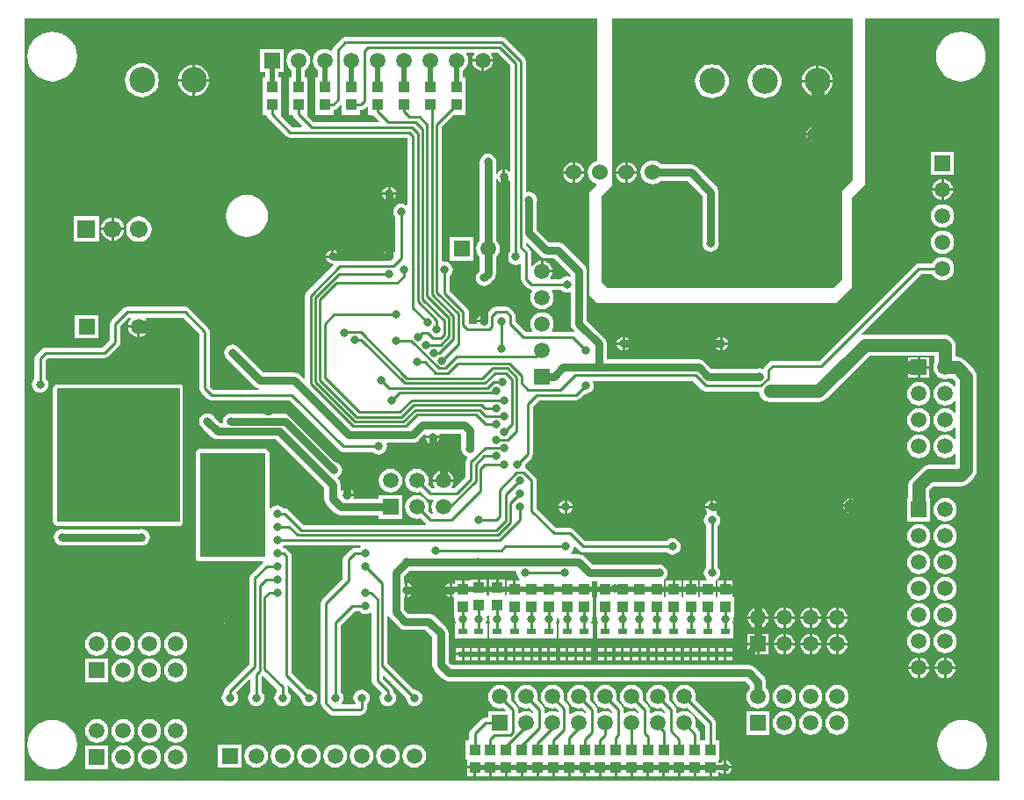
<source format=gbl>
%FSDAX23Y23*%
%MOIN*%
%SFA1B1*%

%IPPOS*%
%ADD12R,0.039400X0.043300*%
%ADD35C,0.059100*%
%ADD36C,0.030000*%
%ADD37C,0.050000*%
%ADD38C,0.010000*%
%ADD39C,0.020000*%
%ADD42R,0.059100X0.059100*%
%ADD43R,0.059100X0.059100*%
%ADD44R,0.066900X0.066900*%
%ADD45C,0.066900*%
%ADD46C,0.060000*%
%ADD47C,0.098400*%
%ADD48C,0.031500*%
%ADD49R,0.032700X0.024800*%
%ADD50R,0.250000X0.395000*%
%ADD51R,0.465000X0.505000*%
%LNde-110817-1*%
%LPD*%
G36*
X04931Y01045D02*
X01230D01*
Y03939*
X03405*
Y03399*
X03403Y03398*
X03392Y03394*
X03382Y03387*
X03375Y03377*
X03371Y03366*
X03369Y03355*
X03371Y03343*
X03375Y03332*
X03382Y03322*
X03392Y03315*
X03400Y03312*
X03401Y03306*
X03375Y03280*
Y02890*
X03405Y02860*
X04310*
X04370Y02920*
Y03260*
X04420Y03310*
Y03939*
X04931*
Y01045*
G37*
G36*
X04375Y03325D02*
X04335Y03285D01*
Y02950*
X04300Y02915*
X03445*
X03420Y02940*
Y03265*
X03460Y03305*
Y03352*
X03460Y03355*
X03460Y03357*
Y03939*
X04375*
Y03325*
G37*
%LNde-110817-2*%
%LPC*%
G36*
X03560Y01548D02*
X03538D01*
Y01531*
X03560*
Y01548*
G37*
G36*
X03495D02*
X03473D01*
Y01531*
X03495*
Y01548*
G37*
G36*
X03430D02*
X03408D01*
Y01531*
X03430*
Y01548*
G37*
G36*
X04354Y01560D02*
X04320D01*
Y01525*
X04325Y01526*
X04334Y01530*
X04343Y01536*
X04349Y01545*
X04353Y01554*
X04354Y01560*
G37*
G36*
X04310D02*
X04275D01*
X04276Y01554*
X04280Y01545*
X04286Y01536*
X04295Y01530*
X04304Y01526*
X04310Y01525*
Y01560*
G37*
G36*
X04725Y01619D02*
X04713Y01618D01*
X04702Y01613*
X04693Y01606*
X04686Y01597*
X04681Y01586*
X04680Y01575*
X04681Y01563*
X04686Y01552*
X04693Y01543*
X04702Y01536*
X04713Y01531*
X04725Y01530*
X04736Y01531*
X04747Y01536*
X04756Y01543*
X04763Y01552*
X04768Y01563*
X04769Y01575*
X04768Y01586*
X04763Y01597*
X04756Y01606*
X04747Y01613*
X04736Y01618*
X04725Y01619*
G37*
G36*
X04625D02*
X04613Y01618D01*
X04602Y01613*
X04593Y01606*
X04586Y01597*
X04581Y01586*
X04580Y01575*
X04581Y01563*
X04586Y01552*
X04593Y01543*
X04602Y01536*
X04613Y01531*
X04625Y01530*
X04636Y01531*
X04647Y01536*
X04656Y01543*
X04663Y01552*
X04668Y01563*
X04669Y01575*
X04668Y01586*
X04663Y01597*
X04656Y01606*
X04647Y01613*
X04636Y01618*
X04625Y01619*
G37*
G36*
X03020Y01548D02*
X02998D01*
Y01531*
X03020*
Y01548*
G37*
G36*
X02890D02*
X02868D01*
Y01531*
X02890*
Y01548*
G37*
G36*
X03150D02*
X03128D01*
Y01531*
X03150*
Y01548*
G37*
G36*
X03085D02*
X03063D01*
Y01531*
X03085*
Y01548*
G37*
G36*
X03885D02*
X03863D01*
Y01531*
X03885*
Y01548*
G37*
G36*
X03690D02*
X03668D01*
Y01531*
X03690*
Y01548*
G37*
G36*
X03625D02*
X03603D01*
Y01531*
X03625*
Y01548*
G37*
G36*
X03820D02*
X03798D01*
Y01531*
X03820*
Y01548*
G37*
G36*
X03755D02*
X03733D01*
Y01531*
X03755*
Y01548*
G37*
G36*
X03916Y01521D02*
X03895D01*
Y01503*
X03916*
Y01521*
G37*
G36*
X03885D02*
X03863D01*
Y01503*
X03885*
Y01521*
G37*
G36*
X01605Y01609D02*
X01593Y01608D01*
X01582Y01603*
X01573Y01596*
X01566Y01587*
X01561Y01576*
X01560Y01565*
X01561Y01553*
X01566Y01542*
X01573Y01533*
X01582Y01526*
X01593Y01521*
X01605Y01520*
X01616Y01521*
X01627Y01526*
X01636Y01533*
X01643Y01542*
X01648Y01553*
X01649Y01565*
X01648Y01576*
X01643Y01587*
X01636Y01596*
X01627Y01603*
X01616Y01608*
X01605Y01609*
G37*
G36*
X01505D02*
X01493Y01608D01*
X01482Y01603*
X01473Y01596*
X01466Y01587*
X01461Y01576*
X01460Y01565*
X01461Y01553*
X01466Y01542*
X01473Y01533*
X01482Y01526*
X01493Y01521*
X01505Y01520*
X01516Y01521*
X01527Y01526*
X01536Y01533*
X01543Y01542*
X01548Y01553*
X01549Y01565*
X01548Y01576*
X01543Y01587*
X01536Y01596*
X01527Y01603*
X01516Y01608*
X01505Y01609*
G37*
G36*
X03786Y01521D02*
X03765D01*
Y01503*
X03786*
Y01521*
G37*
G36*
X03755D02*
X03733D01*
Y01503*
X03755*
Y01521*
G37*
G36*
X03851D02*
X03830D01*
Y01503*
X03851*
Y01521*
G37*
G36*
X03820D02*
X03798D01*
Y01503*
X03820*
Y01521*
G37*
G36*
X04154Y01560D02*
X04120D01*
Y01525*
X04125Y01526*
X04134Y01530*
X04143Y01536*
X04149Y01545*
X04153Y01554*
X04154Y01560*
G37*
G36*
X04110D02*
X04075D01*
X04076Y01554*
X04080Y01545*
X04086Y01536*
X04095Y01530*
X04104Y01526*
X04110Y01525*
Y01560*
G37*
G36*
X04254D02*
X04220D01*
Y01525*
X04225Y01526*
X04234Y01530*
X04243Y01536*
X04249Y01545*
X04253Y01554*
X04254Y01560*
G37*
G36*
X04210D02*
X04175D01*
X04176Y01554*
X04180Y01545*
X04186Y01536*
X04195Y01530*
X04204Y01526*
X04210Y01525*
Y01560*
G37*
G36*
X01805Y01609D02*
X01793Y01608D01*
X01782Y01603*
X01773Y01596*
X01766Y01587*
X01761Y01576*
X01760Y01565*
X01761Y01553*
X01766Y01542*
X01773Y01533*
X01782Y01526*
X01793Y01521*
X01805Y01520*
X01816Y01521*
X01827Y01526*
X01836Y01533*
X01843Y01542*
X01848Y01553*
X01849Y01565*
X01848Y01576*
X01843Y01587*
X01836Y01596*
X01827Y01603*
X01816Y01608*
X01805Y01609*
G37*
G36*
X01705D02*
X01693Y01608D01*
X01682Y01603*
X01673Y01596*
X01666Y01587*
X01661Y01576*
X01660Y01565*
X01661Y01553*
X01666Y01542*
X01673Y01533*
X01682Y01526*
X01693Y01521*
X01705Y01520*
X01716Y01521*
X01727Y01526*
X01736Y01533*
X01743Y01542*
X01748Y01553*
X01749Y01565*
X01748Y01576*
X01743Y01587*
X01736Y01596*
X01727Y01603*
X01716Y01608*
X01705Y01609*
G37*
G36*
X04054Y01560D02*
X04020D01*
Y01525*
X04054*
Y01560*
G37*
G36*
X04010D02*
X03975D01*
Y01525*
X04010*
Y01560*
G37*
G36*
X04110Y01604D02*
X04104Y01603D01*
X04095Y01599*
X04086Y01593*
X04080Y01584*
X04076Y01575*
X04075Y01570*
X04110*
Y01604*
G37*
G36*
X04054Y01604D02*
X04020D01*
Y01570*
X04054*
Y01604*
G37*
G36*
X04210Y01604D02*
X04204Y01603D01*
X04195Y01599*
X04186Y01593*
X04180Y01584*
X04176Y01575*
X04175Y01570*
X04210*
Y01604*
G37*
G36*
X04120D02*
Y01570D01*
X04154*
X04153Y01575*
X04149Y01584*
X04143Y01593*
X04134Y01599*
X04125Y01603*
X04120Y01604*
G37*
G36*
X03316Y01548D02*
X03295D01*
Y01531*
X03316*
Y01548*
G37*
G36*
X03246D02*
X03225D01*
Y01531*
X03246*
Y01548*
G37*
G36*
X04010Y01604D02*
X03975D01*
Y01570*
X04010*
Y01604*
G37*
G36*
X03381Y01548D02*
X03360D01*
Y01531*
X03381*
Y01548*
G37*
G36*
X04220Y01604D02*
Y01570D01*
X04254*
X04253Y01575*
X04249Y01584*
X04243Y01593*
X04234Y01599*
X04225Y01603*
X04220Y01604*
G37*
G36*
X04054Y01660D02*
X04020D01*
Y01625*
X04025Y01626*
X04034Y01630*
X04043Y01636*
X04049Y01645*
X04053Y01654*
X04054Y01660*
G37*
G36*
X04010D02*
X03975D01*
X03976Y01654*
X03980Y01645*
X03986Y01636*
X03995Y01630*
X04004Y01626*
X04010Y01625*
Y01660*
G37*
G36*
X04154D02*
X04120D01*
Y01625*
X04125Y01626*
X04134Y01630*
X04143Y01636*
X04149Y01645*
X04153Y01654*
X04154Y01660*
G37*
G36*
X04110D02*
X04075D01*
X04076Y01654*
X04080Y01645*
X04086Y01636*
X04095Y01630*
X04104Y01626*
X04110Y01625*
Y01660*
G37*
G36*
X04320Y01604D02*
Y01570D01*
X04354*
X04353Y01575*
X04349Y01584*
X04343Y01593*
X04334Y01599*
X04325Y01603*
X04320Y01604*
G37*
G36*
X04310D02*
X04304Y01603D01*
X04295Y01599*
X04286Y01593*
X04280Y01584*
X04276Y01575*
X04275Y01570*
X04310*
Y01604*
G37*
G36*
X01990Y01630D02*
X01970D01*
Y01609*
X01971Y01609*
X01978Y01612*
X01983Y01616*
X01987Y01622*
X01990Y01628*
X01990Y01630*
G37*
G36*
X01960D02*
X01939D01*
X01939Y01628*
X01942Y01622*
X01946Y01616*
X01952Y01612*
X01958Y01609*
X01960Y01609*
Y01630*
G37*
G36*
X03526Y01548D02*
X03505D01*
Y01531*
X03526*
Y01548*
G37*
G36*
X03461D02*
X03440D01*
Y01531*
X03461*
Y01548*
G37*
G36*
X03656D02*
X03635D01*
Y01531*
X03656*
Y01548*
G37*
G36*
X03591D02*
X03570D01*
Y01531*
X03591*
Y01548*
G37*
G36*
X03285D02*
X03263D01*
Y01531*
X03285*
Y01548*
G37*
G36*
X03215D02*
X03193D01*
Y01531*
X03215*
Y01548*
G37*
G36*
X02950D02*
X02928D01*
Y01531*
X02950*
Y01548*
G37*
G36*
X03350D02*
X03328D01*
Y01531*
X03350*
Y01548*
G37*
G36*
X03721D02*
X03700D01*
Y01531*
X03721*
Y01548*
G37*
G36*
X03051D02*
X03030D01*
Y01531*
X03051*
Y01548*
G37*
G36*
X02981D02*
X02960D01*
Y01531*
X02981*
Y01548*
G37*
G36*
X03181D02*
X03160D01*
Y01531*
X03181*
Y01548*
G37*
G36*
X03116D02*
X03095D01*
Y01531*
X03116*
Y01548*
G37*
G36*
X03851D02*
X03830D01*
Y01531*
X03851*
Y01548*
G37*
G36*
X03786D02*
X03765D01*
Y01531*
X03786*
Y01548*
G37*
G36*
X02921D02*
X02900D01*
Y01531*
X02921*
Y01548*
G37*
G36*
X03916D02*
X03895D01*
Y01531*
X03916*
Y01548*
G37*
G36*
X03721Y01521D02*
X03700D01*
Y01503*
X03721*
Y01521*
G37*
G36*
X04115Y01309D02*
X04103Y01308D01*
X04092Y01303*
X04083Y01296*
X04076Y01287*
X04071Y01276*
X04070Y01265*
X04071Y01253*
X04076Y01242*
X04083Y01233*
X04092Y01226*
X04103Y01221*
X04115Y01220*
X04126Y01221*
X04137Y01226*
X04146Y01233*
X04153Y01242*
X04158Y01253*
X04159Y01265*
X04158Y01276*
X04153Y01287*
X04146Y01296*
X04137Y01303*
X04126Y01308*
X04115Y01309*
G37*
G36*
X03735Y01409D02*
X03723Y01408D01*
X03712Y01403*
X03703Y01396*
X03696Y01387*
X03691Y01376*
X03690Y01365*
X03691Y01353*
X03696Y01342*
X03703Y01333*
X03712Y01326*
X03723Y01321*
X03735Y01320*
X03746Y01321*
X03748Y01322*
X03814Y01256*
Y01200*
X03795*
Y01224*
X03794Y01232*
X03789Y01239*
X03777Y01251*
X03778Y01253*
X03779Y01265*
X03778Y01276*
X03773Y01287*
X03766Y01296*
X03757Y01303*
X03746Y01308*
X03735Y01309*
X03723Y01308*
X03712Y01303*
X03709Y01301*
X03705Y01304*
Y01315*
X03703Y01322*
X03699Y01329*
X03677Y01351*
X03678Y01353*
X03679Y01365*
X03678Y01376*
X03673Y01387*
X03666Y01396*
X03657Y01403*
X03646Y01408*
X03635Y01409*
X03623Y01408*
X03612Y01403*
X03603Y01396*
X03596Y01387*
X03591Y01376*
X03590Y01365*
X03591Y01353*
X03596Y01342*
X03603Y01333*
X03612Y01326*
X03623Y01321*
X03635Y01320*
X03646Y01321*
X03648Y01322*
X03662Y01308*
X03662Y01306*
X03658Y01304*
X03657Y01304*
X03646Y01308*
X03635Y01309*
X03623Y01308*
X03612Y01303*
X03609Y01301*
X03605Y01304*
Y01315*
X03603Y01322*
X03599Y01329*
X03577Y01351*
X03578Y01353*
X03579Y01365*
X03578Y01376*
X03573Y01387*
X03566Y01396*
X03557Y01403*
X03546Y01408*
X03535Y01409*
X03523Y01408*
X03512Y01403*
X03503Y01396*
X03496Y01387*
X03491Y01376*
X03490Y01365*
X03491Y01353*
X03496Y01342*
X03503Y01333*
X03512Y01326*
X03523Y01321*
X03535Y01320*
X03546Y01321*
X03548Y01322*
X03562Y01308*
X03562Y01306*
X03558Y01304*
X03557Y01304*
X03546Y01308*
X03535Y01309*
X03523Y01308*
X03512Y01303*
X03509Y01301*
X03505Y01304*
Y01315*
X03503Y01322*
X03499Y01329*
X03477Y01351*
X03478Y01353*
X03479Y01365*
X03478Y01376*
X03473Y01387*
X03466Y01396*
X03457Y01403*
X03446Y01408*
X03435Y01409*
X03423Y01408*
X03412Y01403*
X03403Y01396*
X03396Y01387*
X03391Y01376*
X03390Y01365*
X03391Y01353*
X03396Y01342*
X03403Y01333*
X03412Y01326*
X03423Y01321*
X03435Y01320*
X03446Y01321*
X03448Y01322*
X03462Y01308*
X03462Y01306*
X03458Y01304*
X03457Y01304*
X03446Y01308*
X03435Y01309*
X03423Y01308*
X03412Y01303*
X03409Y01301*
X03405Y01304*
Y01315*
X03403Y01322*
X03399Y01329*
X03377Y01351*
X03378Y01353*
X03379Y01365*
X03378Y01376*
X03373Y01387*
X03366Y01396*
X03357Y01403*
X03346Y01408*
X03335Y01409*
X03323Y01408*
X03312Y01403*
X03303Y01396*
X03296Y01387*
X03291Y01376*
X03290Y01365*
X03291Y01353*
X03296Y01342*
X03303Y01333*
X03312Y01326*
X03323Y01321*
X03335Y01320*
X03346Y01321*
X03348Y01322*
X03362Y01308*
X03362Y01306*
X03358Y01304*
X03357Y01304*
X03346Y01308*
X03335Y01309*
X03323Y01308*
X03312Y01303*
X03304Y01298*
X03299Y01300*
Y01320*
X03298Y01328*
X03293Y01334*
X03277Y01351*
X03278Y01353*
X03279Y01365*
X03278Y01376*
X03273Y01387*
X03266Y01396*
X03257Y01403*
X03246Y01408*
X03235Y01409*
X03223Y01408*
X03212Y01403*
X03203Y01396*
X03196Y01387*
X03191Y01376*
X03190Y01365*
X03191Y01353*
X03196Y01342*
X03203Y01333*
X03212Y01326*
X03223Y01321*
X03235Y01320*
X03246Y01321*
X03248Y01322*
X03258Y01313*
X03257Y01308*
X03253Y01305*
X03246Y01308*
X03235Y01309*
X03223Y01308*
X03212Y01303*
X03209Y01301*
X03205Y01304*
Y01315*
X03203Y01322*
X03199Y01329*
X03177Y01351*
X03178Y01353*
X03179Y01365*
X03178Y01376*
X03173Y01387*
X03166Y01396*
X03157Y01403*
X03146Y01408*
X03135Y01409*
X03123Y01408*
X03112Y01403*
X03103Y01396*
X03096Y01387*
X03091Y01376*
X03090Y01365*
X03091Y01353*
X03096Y01342*
X03103Y01333*
X03112Y01326*
X03123Y01321*
X03135Y01320*
X03146Y01321*
X03148Y01322*
X03162Y01308*
X03162Y01306*
X03158Y01304*
X03157Y01304*
X03146Y01308*
X03135Y01309*
X03123Y01308*
X03112Y01303*
X03109Y01301*
X03105Y01304*
Y01315*
X03103Y01322*
X03099Y01329*
X03077Y01351*
X03078Y01353*
X03079Y01365*
X03078Y01376*
X03073Y01387*
X03066Y01396*
X03057Y01403*
X03046Y01408*
X03035Y01409*
X03023Y01408*
X03012Y01403*
X03003Y01396*
X02996Y01387*
X02991Y01376*
X02990Y01365*
X02991Y01353*
X02996Y01342*
X03003Y01333*
X03012Y01326*
X03023Y01321*
X03035Y01320*
X03046Y01321*
X03048Y01322*
X03057Y01314*
X03055Y01309*
X02990*
Y01285*
X02980*
X02972Y01283*
X02965Y01279*
X02925Y01239*
X02921Y01232*
X02919Y01225*
Y01200*
X02905*
Y01126*
X02910*
Y01101*
X02940*
Y01096*
X02945*
Y01064*
X02969*
X02970*
X02994*
Y01096*
X03004*
Y01064*
X03029*
X03029*
X03054*
Y01096*
X03064*
Y01064*
X03089*
X03089*
X03114*
Y01096*
X03124*
Y01064*
X03148*
X03149*
X03173*
Y01096*
X03183*
Y01064*
X03208*
X03208*
X03233*
Y01096*
X03243*
Y01064*
X03268*
X03268*
X03293*
Y01096*
X03303*
Y01064*
X03352*
Y01096*
X03362*
Y01064*
X03410*
Y01096*
X03420*
Y01064*
X03444*
X03445*
X03470*
Y01096*
X03480*
Y01064*
X03504*
X03505*
X03530*
Y01096*
X03540*
Y01064*
X03564*
X03566*
X03591*
Y01096*
X03601*
Y01064*
X03626*
X03626*
X03651*
Y01096*
X03661*
Y01064*
X03685*
X03686*
X03710*
Y01096*
X03720*
Y01064*
X03745*
X03745*
X03770*
Y01096*
X03780*
Y01064*
X03805*
X03805*
X03830*
Y01096*
X03840*
Y01064*
X03864*
Y01079*
X03869Y01080*
X03871Y01078*
X03877Y01074*
X03883Y01071*
X03885Y01071*
Y01096*
Y01121*
X03883Y01121*
X03877Y01119*
X03871Y01114*
X03869Y01112*
X03864Y01114*
Y01126*
X03869*
Y01200*
X03855*
Y01265*
X03853Y01272*
X03849Y01279*
X03777Y01351*
X03778Y01353*
X03779Y01365*
X03778Y01376*
X03773Y01387*
X03766Y01396*
X03757Y01403*
X03746Y01408*
X03735Y01409*
G37*
G36*
X04315Y01309D02*
X04303Y01308D01*
X04292Y01303*
X04283Y01296*
X04276Y01287*
X04271Y01276*
X04270Y01265*
X04271Y01253*
X04276Y01242*
X04283Y01233*
X04292Y01226*
X04303Y01221*
X04315Y01220*
X04326Y01221*
X04337Y01226*
X04346Y01233*
X04353Y01242*
X04358Y01253*
X04359Y01265*
X04358Y01276*
X04353Y01287*
X04346Y01296*
X04337Y01303*
X04326Y01308*
X04315Y01309*
G37*
G36*
X04215D02*
X04203Y01308D01*
X04192Y01303*
X04183Y01296*
X04176Y01287*
X04171Y01276*
X04170Y01265*
X04171Y01253*
X04176Y01242*
X04183Y01233*
X04192Y01226*
X04203Y01221*
X04215Y01220*
X04226Y01221*
X04237Y01226*
X04246Y01233*
X04253Y01242*
X04258Y01253*
X04259Y01265*
X04258Y01276*
X04253Y01287*
X04246Y01296*
X04237Y01303*
X04226Y01308*
X04215Y01309*
G37*
G36*
X01605Y01279D02*
X01593Y01278D01*
X01582Y01273*
X01573Y01266*
X01566Y01257*
X01561Y01246*
X01560Y01235*
X01561Y01223*
X01566Y01212*
X01573Y01203*
X01582Y01196*
X01593Y01191*
X01605Y01190*
X01616Y01191*
X01627Y01196*
X01636Y01203*
X01643Y01212*
X01648Y01223*
X01649Y01235*
X01648Y01246*
X01643Y01257*
X01636Y01266*
X01627Y01273*
X01616Y01278*
X01605Y01279*
G37*
G36*
X01505D02*
X01493Y01278D01*
X01482Y01273*
X01473Y01266*
X01466Y01257*
X01461Y01246*
X01460Y01235*
X01461Y01223*
X01466Y01212*
X01473Y01203*
X01482Y01196*
X01493Y01191*
X01505Y01190*
X01516Y01191*
X01527Y01196*
X01536Y01203*
X01543Y01212*
X01548Y01223*
X01549Y01235*
X01548Y01246*
X01543Y01257*
X01536Y01266*
X01527Y01273*
X01516Y01278*
X01505Y01279*
G37*
G36*
X01805D02*
X01793Y01278D01*
X01782Y01273*
X01773Y01266*
X01766Y01257*
X01761Y01246*
X01760Y01235*
X01761Y01223*
X01766Y01212*
X01773Y01203*
X01782Y01196*
X01793Y01191*
X01805Y01190*
X01816Y01191*
X01827Y01196*
X01836Y01203*
X01843Y01212*
X01848Y01223*
X01849Y01235*
X01848Y01246*
X01843Y01257*
X01836Y01266*
X01827Y01273*
X01816Y01278*
X01805Y01279*
G37*
G36*
X01705D02*
X01693Y01278D01*
X01682Y01273*
X01673Y01266*
X01666Y01257*
X01661Y01246*
X01660Y01235*
X01661Y01223*
X01666Y01212*
X01673Y01203*
X01682Y01196*
X01693Y01191*
X01705Y01190*
X01716Y01191*
X01727Y01196*
X01736Y01203*
X01743Y01212*
X01748Y01223*
X01749Y01235*
X01748Y01246*
X01743Y01257*
X01736Y01266*
X01727Y01273*
X01716Y01278*
X01705Y01279*
G37*
G36*
Y01509D02*
X01693Y01508D01*
X01682Y01503*
X01673Y01496*
X01666Y01487*
X01661Y01476*
X01660Y01465*
X01661Y01453*
X01666Y01442*
X01673Y01433*
X01682Y01426*
X01693Y01421*
X01705Y01420*
X01716Y01421*
X01727Y01426*
X01736Y01433*
X01743Y01442*
X01748Y01453*
X01749Y01465*
X01748Y01476*
X01743Y01487*
X01736Y01496*
X01727Y01503*
X01716Y01508*
X01705Y01509*
G37*
G36*
X01605D02*
X01593Y01508D01*
X01582Y01503*
X01573Y01496*
X01566Y01487*
X01561Y01476*
X01560Y01465*
X01561Y01453*
X01566Y01442*
X01573Y01433*
X01582Y01426*
X01593Y01421*
X01605Y01420*
X01616Y01421*
X01627Y01426*
X01636Y01433*
X01643Y01442*
X01648Y01453*
X01649Y01465*
X01648Y01476*
X01643Y01487*
X01636Y01496*
X01627Y01503*
X01616Y01508*
X01605Y01509*
G37*
G36*
X01549Y01509D02*
X01460D01*
Y01420*
X01549*
Y01509*
G37*
G36*
X01805Y01509D02*
X01793Y01508D01*
X01782Y01503*
X01773Y01496*
X01766Y01487*
X01761Y01476*
X01760Y01465*
X01761Y01453*
X01766Y01442*
X01773Y01433*
X01782Y01426*
X01793Y01421*
X01805Y01420*
X01816Y01421*
X01827Y01426*
X01836Y01433*
X01843Y01442*
X01848Y01453*
X01849Y01465*
X01848Y01476*
X01843Y01487*
X01836Y01496*
X01827Y01503*
X01816Y01508*
X01805Y01509*
G37*
G36*
X04115Y01409D02*
X04103Y01408D01*
X04092Y01403*
X04083Y01396*
X04076Y01387*
X04071Y01376*
X04070Y01365*
X04071Y01353*
X04076Y01342*
X04083Y01333*
X04092Y01326*
X04103Y01321*
X04115Y01320*
X04126Y01321*
X04137Y01326*
X04146Y01333*
X04153Y01342*
X04158Y01353*
X04159Y01365*
X04158Y01376*
X04153Y01387*
X04146Y01396*
X04137Y01403*
X04126Y01408*
X04115Y01409*
G37*
G36*
X04059Y01309D02*
X03970D01*
Y01220*
X04059*
Y01309*
G37*
G36*
X04315Y01409D02*
X04303Y01408D01*
X04292Y01403*
X04283Y01396*
X04276Y01387*
X04271Y01376*
X04270Y01365*
X04271Y01353*
X04276Y01342*
X04283Y01333*
X04292Y01326*
X04303Y01321*
X04315Y01320*
X04326Y01321*
X04337Y01326*
X04346Y01333*
X04353Y01342*
X04358Y01353*
X04359Y01365*
X04358Y01376*
X04353Y01387*
X04346Y01396*
X04337Y01403*
X04326Y01408*
X04315Y01409*
G37*
G36*
X04215D02*
X04203Y01408D01*
X04192Y01403*
X04183Y01396*
X04176Y01387*
X04171Y01376*
X04170Y01365*
X04171Y01353*
X04176Y01342*
X04183Y01333*
X04192Y01326*
X04203Y01321*
X04215Y01320*
X04226Y01321*
X04237Y01326*
X04246Y01333*
X04253Y01342*
X04258Y01353*
X04259Y01365*
X04258Y01376*
X04253Y01387*
X04246Y01396*
X04237Y01403*
X04226Y01408*
X04215Y01409*
G37*
G36*
X03895Y01121D02*
Y01101D01*
X03915*
X03915Y01103*
X03912Y01109*
X03908Y01114*
X03903Y01119*
X03896Y01121*
X03895Y01121*
G37*
G36*
X01705Y01179D02*
X01693Y01178D01*
X01682Y01173*
X01673Y01166*
X01666Y01157*
X01661Y01146*
X01660Y01135*
X01661Y01123*
X01666Y01112*
X01673Y01103*
X01682Y01096*
X01693Y01091*
X01705Y01090*
X01716Y01091*
X01727Y01096*
X01736Y01103*
X01743Y01112*
X01748Y01123*
X01749Y01135*
X01748Y01146*
X01743Y01157*
X01736Y01166*
X01727Y01173*
X01716Y01178*
X01705Y01179*
G37*
G36*
X01605D02*
X01593Y01178D01*
X01582Y01173*
X01573Y01166*
X01566Y01157*
X01561Y01146*
X01560Y01135*
X01561Y01123*
X01566Y01112*
X01573Y01103*
X01582Y01096*
X01593Y01091*
X01605Y01090*
X01616Y01091*
X01627Y01096*
X01636Y01103*
X01643Y01112*
X01648Y01123*
X01649Y01135*
X01648Y01146*
X01643Y01157*
X01636Y01166*
X01627Y01173*
X01616Y01178*
X01605Y01179*
G37*
G36*
X01549Y01179D02*
X01460D01*
Y01090*
X01549*
Y01179*
G37*
G36*
X01805Y01179D02*
X01793Y01178D01*
X01782Y01173*
X01773Y01166*
X01766Y01157*
X01761Y01146*
X01760Y01135*
X01761Y01123*
X01766Y01112*
X01773Y01103*
X01782Y01096*
X01793Y01091*
X01805Y01090*
X01816Y01091*
X01827Y01096*
X01836Y01103*
X01843Y01112*
X01848Y01123*
X01849Y01135*
X01848Y01146*
X01843Y01157*
X01836Y01166*
X01827Y01173*
X01816Y01178*
X01805Y01179*
G37*
G36*
X03915Y01091D02*
X03895D01*
Y01071*
X03896Y01071*
X03903Y01074*
X03908Y01078*
X03912Y01083*
X03915Y01089*
X03915Y01091*
G37*
G36*
X02935D02*
X02910D01*
Y01064*
X02935*
Y01091*
G37*
G36*
X04790Y01277D02*
X04771Y01275D01*
X04754Y01270*
X04737Y01261*
X04723Y01249*
X04711Y01235*
X04703Y01219*
X04697Y01201*
X04695Y01183*
X04697Y01164*
X04703Y01147*
X04711Y01130*
X04723Y01116*
X04737Y01104*
X04754Y01096*
X04771Y01090*
X04790Y01089*
X04808Y01090*
X04826Y01096*
X04842Y01104*
X04856Y01116*
X04868Y01130*
X04877Y01147*
X04882Y01164*
X04884Y01183*
X04882Y01201*
X04877Y01219*
X04868Y01235*
X04856Y01249*
X04842Y01261*
X04826Y01270*
X04808Y01275*
X04790Y01277*
G37*
G36*
X01336D02*
X01317Y01275D01*
X01300Y01270*
X01283Y01261*
X01269Y01249*
X01257Y01235*
X01249Y01219*
X01243Y01201*
X01242Y01183*
X01243Y01164*
X01249Y01147*
X01257Y01130*
X01269Y01116*
X01283Y01104*
X01300Y01096*
X01317Y01090*
X01336Y01089*
X01354Y01090*
X01372Y01096*
X01388Y01104*
X01402Y01116*
X01414Y01130*
X01423Y01147*
X01428Y01164*
X01430Y01183*
X01428Y01201*
X01423Y01219*
X01414Y01235*
X01402Y01249*
X01388Y01261*
X01372Y01270*
X01354Y01275*
X01336Y01277*
G37*
G36*
X02610Y01184D02*
X02598Y01183D01*
X02587Y01178*
X02578Y01171*
X02571Y01162*
X02566Y01151*
X02565Y01140*
X02566Y01128*
X02571Y01117*
X02578Y01108*
X02587Y01101*
X02598Y01096*
X02610Y01095*
X02621Y01096*
X02632Y01101*
X02641Y01108*
X02648Y01117*
X02653Y01128*
X02654Y01140*
X02653Y01151*
X02648Y01162*
X02641Y01171*
X02632Y01178*
X02621Y01183*
X02610Y01184*
G37*
G36*
X02510D02*
X02498Y01183D01*
X02487Y01178*
X02478Y01171*
X02471Y01162*
X02466Y01151*
X02465Y01140*
X02466Y01128*
X02471Y01117*
X02478Y01108*
X02487Y01101*
X02498Y01096*
X02510Y01095*
X02521Y01096*
X02532Y01101*
X02541Y01108*
X02548Y01117*
X02553Y01128*
X02554Y01140*
X02553Y01151*
X02548Y01162*
X02541Y01171*
X02532Y01178*
X02521Y01183*
X02510Y01184*
G37*
G36*
X02054Y01184D02*
X01965D01*
Y01095*
X02054*
Y01184*
G37*
G36*
X02710Y01184D02*
X02698Y01183D01*
X02687Y01178*
X02678Y01171*
X02671Y01162*
X02666Y01151*
X02665Y01140*
X02666Y01128*
X02671Y01117*
X02678Y01108*
X02687Y01101*
X02698Y01096*
X02710Y01095*
X02721Y01096*
X02732Y01101*
X02741Y01108*
X02748Y01117*
X02753Y01128*
X02754Y01140*
X02753Y01151*
X02748Y01162*
X02741Y01171*
X02732Y01178*
X02721Y01183*
X02710Y01184*
G37*
G36*
X02210D02*
X02198Y01183D01*
X02187Y01178*
X02178Y01171*
X02171Y01162*
X02166Y01151*
X02165Y01140*
X02166Y01128*
X02171Y01117*
X02178Y01108*
X02187Y01101*
X02198Y01096*
X02210Y01095*
X02221Y01096*
X02232Y01101*
X02241Y01108*
X02248Y01117*
X02253Y01128*
X02254Y01140*
X02253Y01151*
X02248Y01162*
X02241Y01171*
X02232Y01178*
X02221Y01183*
X02210Y01184*
G37*
G36*
X02110D02*
X02098Y01183D01*
X02087Y01178*
X02078Y01171*
X02071Y01162*
X02066Y01151*
X02065Y01140*
X02066Y01128*
X02071Y01117*
X02078Y01108*
X02087Y01101*
X02098Y01096*
X02110Y01095*
X02121Y01096*
X02132Y01101*
X02141Y01108*
X02148Y01117*
X02153Y01128*
X02154Y01140*
X02153Y01151*
X02148Y01162*
X02141Y01171*
X02132Y01178*
X02121Y01183*
X02110Y01184*
G37*
G36*
X02410D02*
X02398Y01183D01*
X02387Y01178*
X02378Y01171*
X02371Y01162*
X02366Y01151*
X02365Y01140*
X02366Y01128*
X02371Y01117*
X02378Y01108*
X02387Y01101*
X02398Y01096*
X02410Y01095*
X02421Y01096*
X02432Y01101*
X02441Y01108*
X02448Y01117*
X02453Y01128*
X02454Y01140*
X02453Y01151*
X02448Y01162*
X02441Y01171*
X02432Y01178*
X02421Y01183*
X02410Y01184*
G37*
G36*
X02310D02*
X02298Y01183D01*
X02287Y01178*
X02278Y01171*
X02271Y01162*
X02266Y01151*
X02265Y01140*
X02266Y01128*
X02271Y01117*
X02278Y01108*
X02287Y01101*
X02298Y01096*
X02310Y01095*
X02321Y01096*
X02332Y01101*
X02341Y01108*
X02348Y01117*
X02353Y01128*
X02354Y01140*
X02353Y01151*
X02348Y01162*
X02341Y01171*
X02332Y01178*
X02321Y01183*
X02310Y01184*
G37*
G36*
X03350Y01521D02*
X03328D01*
Y01503*
X03350*
Y01521*
G37*
G36*
X03316D02*
X03295D01*
Y01503*
X03316*
Y01521*
G37*
G36*
X03430D02*
X03408D01*
Y01503*
X03430*
Y01521*
G37*
G36*
X03381D02*
X03360D01*
Y01503*
X03381*
Y01521*
G37*
G36*
X03215D02*
X03193D01*
Y01503*
X03215*
Y01521*
G37*
G36*
X03181D02*
X03160D01*
Y01503*
X03181*
Y01521*
G37*
G36*
X03285D02*
X03263D01*
Y01503*
X03285*
Y01521*
G37*
G36*
X03246D02*
X03225D01*
Y01503*
X03246*
Y01521*
G37*
G36*
X03625D02*
X03603D01*
Y01503*
X03625*
Y01521*
G37*
G36*
X03591D02*
X03570D01*
Y01503*
X03591*
Y01521*
G37*
G36*
X03690D02*
X03668D01*
Y01503*
X03690*
Y01521*
G37*
G36*
X03656D02*
X03635D01*
Y01503*
X03656*
Y01521*
G37*
G36*
X03495D02*
X03473D01*
Y01503*
X03495*
Y01521*
G37*
G36*
X03461D02*
X03440D01*
Y01503*
X03461*
Y01521*
G37*
G36*
X03560D02*
X03538D01*
Y01503*
X03560*
Y01521*
G37*
G36*
X03526D02*
X03505D01*
Y01503*
X03526*
Y01521*
G37*
G36*
X03150D02*
X03128D01*
Y01503*
X03150*
Y01521*
G37*
G36*
X04720Y01514D02*
X04714Y01513D01*
X04705Y01509*
X04696Y01503*
X04690Y01494*
X04686Y01485*
X04685Y01480*
X04720*
Y01514*
G37*
G36*
X04620D02*
X04614Y01513D01*
X04605Y01509*
X04596Y01503*
X04590Y01494*
X04586Y01485*
X04585Y01480*
X04620*
Y01514*
G37*
G36*
X04730D02*
Y01480D01*
X04764*
X04763Y01485*
X04759Y01494*
X04753Y01503*
X04744Y01509*
X04735Y01513*
X04730Y01514*
G37*
G36*
X04630D02*
Y01480D01*
X04664*
X04663Y01485*
X04659Y01494*
X04653Y01503*
X04644Y01509*
X04635Y01513*
X04630Y01514*
G37*
G36*
X04720Y01470D02*
X04685D01*
X04686Y01464*
X04690Y01455*
X04696Y01446*
X04705Y01440*
X04714Y01436*
X04720Y01435*
Y01470*
G37*
G36*
X04620D02*
X04585D01*
X04586Y01464*
X04590Y01455*
X04596Y01446*
X04605Y01440*
X04614Y01436*
X04620Y01435*
Y01470*
G37*
G36*
X04764D02*
X04730D01*
Y01435*
X04735Y01436*
X04744Y01440*
X04753Y01446*
X04759Y01455*
X04763Y01464*
X04764Y01470*
G37*
G36*
X04664D02*
X04630D01*
Y01435*
X04635Y01436*
X04644Y01440*
X04653Y01446*
X04659Y01455*
X04663Y01464*
X04664Y01470*
G37*
G36*
X03051Y01521D02*
X03030D01*
Y01503*
X03051*
Y01521*
G37*
G36*
X03020D02*
X02998D01*
Y01503*
X03020*
Y01521*
G37*
G36*
X03116D02*
X03095D01*
Y01503*
X03116*
Y01521*
G37*
G36*
X03085D02*
X03063D01*
Y01503*
X03085*
Y01521*
G37*
G36*
X02921D02*
X02900D01*
Y01503*
X02921*
Y01521*
G37*
G36*
X02890D02*
X02868D01*
Y01503*
X02890*
Y01521*
G37*
G36*
X02981D02*
X02960D01*
Y01503*
X02981*
Y01521*
G37*
G36*
X02950D02*
X02928D01*
Y01503*
X02950*
Y01521*
G37*
G36*
X01513Y03188D02*
X01416D01*
Y03091*
X01513*
Y03188*
G37*
G36*
X01560Y03135D02*
X01521D01*
X01522Y03128*
X01527Y03118*
X01534Y03109*
X01543Y03102*
X01553Y03097*
X01560Y03096*
Y03135*
G37*
G36*
X01608D02*
X01570D01*
Y03096*
X01576Y03097*
X01586Y03102*
X01596Y03109*
X01603Y03118*
X01607Y03128*
X01608Y03135*
G37*
G36*
X01665Y03188D02*
X01652Y03187D01*
X01640Y03182*
X01630Y03174*
X01622Y03164*
X01617Y03152*
X01616Y03140*
X01617Y03127*
X01622Y03115*
X01630Y03105*
X01640Y03097*
X01652Y03092*
X01665Y03091*
X01677Y03092*
X01689Y03097*
X01699Y03105*
X01707Y03115*
X01712Y03127*
X01713Y03140*
X01712Y03152*
X01707Y03164*
X01699Y03174*
X01689Y03182*
X01677Y03187*
X01665Y03188*
G37*
G36*
X02610Y03060D02*
X02608Y03060D01*
X02602Y03057*
X02596Y03053*
X02592Y03048*
X02589Y03041*
X02589Y03040*
X02610*
Y03060*
G37*
G36*
X04715Y03134D02*
X04703Y03133D01*
X04692Y03128*
X04683Y03121*
X04676Y03112*
X04671Y03101*
X04670Y03090*
X04671Y03078*
X04676Y03067*
X04683Y03058*
X04692Y03051*
X04703Y03046*
X04715Y03045*
X04726Y03046*
X04737Y03051*
X04746Y03058*
X04753Y03067*
X04758Y03078*
X04759Y03090*
X04758Y03101*
X04753Y03112*
X04746Y03121*
X04737Y03128*
X04726Y03133*
X04715Y03134*
G37*
G36*
X02075Y03270D02*
X02059Y03269D01*
X02044Y03264*
X02030Y03257*
X02018Y03247*
X02008Y03234*
X02000Y03220*
X01996Y03205*
X01994Y03190*
X01996Y03174*
X02000Y03159*
X02008Y03145*
X02018Y03133*
X02030Y03123*
X02044Y03115*
X02059Y03111*
X02075Y03109*
X02090Y03111*
X02105Y03115*
X02119Y03123*
X02132Y03133*
X02142Y03145*
X02149Y03159*
X02154Y03174*
X02155Y03190*
X02154Y03205*
X02149Y03220*
X02142Y03234*
X02132Y03247*
X02119Y03257*
X02105Y03264*
X02090Y03269*
X02075Y03270*
G37*
G36*
X02640Y03270D02*
X02620D01*
Y03249*
X02621Y03249*
X02628Y03252*
X02633Y03256*
X02637Y03262*
X02640Y03268*
X02640Y03270*
G37*
G36*
X04710Y03285D02*
X04675D01*
X04676Y03279*
X04680Y03270*
X04686Y03261*
X04695Y03255*
X04704Y03251*
X04710Y03250*
Y03285*
G37*
G36*
X04754D02*
X04720D01*
Y03250*
X04725Y03251*
X04734Y03255*
X04743Y03261*
X04749Y03270*
X04753Y03279*
X04754Y03285*
G37*
G36*
X02610Y03270D02*
X02589D01*
X02589Y03268*
X02592Y03262*
X02596Y03256*
X02602Y03252*
X02608Y03249*
X02610Y03249*
Y03270*
G37*
G36*
X01560Y03183D02*
X01553Y03182D01*
X01543Y03178*
X01534Y03171*
X01527Y03161*
X01522Y03151*
X01521Y03145*
X01560*
Y03183*
G37*
G36*
X01570D02*
Y03145D01*
X01608*
X01607Y03151*
X01603Y03161*
X01596Y03171*
X01586Y03178*
X01576Y03182*
X01570Y03183*
G37*
G36*
X04715Y03234D02*
X04703Y03233D01*
X04692Y03228*
X04683Y03221*
X04676Y03212*
X04671Y03201*
X04670Y03190*
X04671Y03178*
X04676Y03167*
X04683Y03158*
X04692Y03151*
X04703Y03146*
X04715Y03145*
X04726Y03146*
X04737Y03151*
X04746Y03158*
X04753Y03167*
X04758Y03178*
X04759Y03190*
X04758Y03201*
X04753Y03212*
X04746Y03221*
X04737Y03228*
X04726Y03233*
X04715Y03234*
G37*
G36*
X02405Y03060D02*
Y03040D01*
X02425*
X02425Y03041*
X02422Y03048*
X02418Y03053*
X02413Y03057*
X02406Y03060*
X02405Y03060*
G37*
G36*
X03530Y02700D02*
X03510D01*
Y02679*
X03511Y02679*
X03518Y02682*
X03523Y02686*
X03527Y02692*
X03530Y02698*
X03530Y02700*
G37*
G36*
X03870D02*
X03849D01*
X03849Y02698*
X03852Y02692*
X03856Y02686*
X03862Y02682*
X03868Y02679*
X03870Y02679*
Y02700*
G37*
G36*
X03900D02*
X03880D01*
Y02679*
X03881Y02679*
X03888Y02682*
X03893Y02686*
X03897Y02692*
X03900Y02698*
X03900Y02700*
G37*
G36*
X03500D02*
X03479D01*
X03479Y02698*
X03482Y02692*
X03486Y02686*
X03492Y02682*
X03498Y02679*
X03500Y02679*
Y02700*
G37*
G36*
X04664Y02610D02*
X04630D01*
Y02575*
X04664*
Y02610*
G37*
G36*
X04620Y02654D02*
X04585D01*
Y02620*
X04620*
Y02654*
G37*
G36*
X04664D02*
X04630D01*
Y02620*
X04664*
Y02654*
G37*
G36*
X03500Y02730D02*
X03498Y02730D01*
X03492Y02727*
X03486Y02723*
X03482Y02718*
X03479Y02711*
X03479Y02710*
X03500*
Y02730*
G37*
G36*
X01658Y02765D02*
X01624D01*
X01624Y02759*
X01628Y02750*
X01635Y02741*
X01643Y02735*
X01653Y02731*
X01658Y02730*
Y02765*
G37*
G36*
X01702D02*
X01668D01*
Y02730*
X01673Y02731*
X01683Y02735*
X01691Y02741*
X01698Y02750*
X01701Y02759*
X01702Y02765*
G37*
G36*
X02395Y03060D02*
X02393Y03060D01*
X02387Y03057*
X02381Y03053*
X02377Y03048*
X02374Y03041*
X02374Y03040*
X02395*
Y03060*
G37*
G36*
X01511Y02814D02*
X01422D01*
Y02725*
X01511*
Y02814*
G37*
G36*
X03510Y02730D02*
Y02710D01*
X03530*
X03530Y02711*
X03527Y02718*
X03523Y02723*
X03518Y02727*
X03511Y02730*
X03510Y02730*
G37*
G36*
X03870D02*
X03868Y02730D01*
X03862Y02727*
X03856Y02723*
X03852Y02718*
X03849Y02711*
X03849Y02710*
X03870*
Y02730*
G37*
G36*
X03880D02*
Y02710D01*
X03900*
X03900Y02711*
X03897Y02718*
X03893Y02723*
X03888Y02727*
X03881Y02730*
X03880Y02730*
G37*
G36*
X01868Y03700D02*
X01814D01*
X01815Y03693*
X01818Y03682*
X01824Y03671*
X01831Y03662*
X01840Y03655*
X01850Y03650*
X01861Y03646*
X01868Y03646*
Y03700*
G37*
G36*
X01676Y03769D02*
X01664Y03768D01*
X01651Y03764*
X01640Y03758*
X01630Y03750*
X01622Y03740*
X01617Y03729*
X01613Y03717*
X01612Y03705*
X01613Y03692*
X01617Y03680*
X01622Y03669*
X01630Y03659*
X01640Y03651*
X01651Y03645*
X01664Y03641*
X01676Y03640*
X01689Y03641*
X01701Y03645*
X01712Y03651*
X01722Y03659*
X01730Y03669*
X01736Y03680*
X01739Y03692*
X01741Y03705*
X01739Y03717*
X01736Y03729*
X01730Y03740*
X01722Y03750*
X01712Y03758*
X01701Y03764*
X01689Y03768*
X01676Y03769*
G37*
G36*
X01932Y03700D02*
X01878D01*
Y03646*
X01885Y03646*
X01896Y03650*
X01906Y03655*
X01915Y03662*
X01922Y03671*
X01928Y03682*
X01931Y03693*
X01932Y03700*
G37*
G36*
X01868Y03764D02*
X01861Y03763D01*
X01850Y03760*
X01840Y03754*
X01831Y03747*
X01824Y03738*
X01818Y03727*
X01815Y03716*
X01814Y03710*
X01868*
Y03764*
G37*
G36*
X01878D02*
Y03710D01*
X01932*
X01931Y03716*
X01928Y03727*
X01922Y03738*
X01915Y03747*
X01906Y03754*
X01896Y03760*
X01885Y03763*
X01878Y03764*
G37*
G36*
X03042Y03868D02*
X02448D01*
X02440Y03866*
X02433Y03862*
X02405Y03834*
X02401Y03827*
X02399Y03820*
Y03819*
X02395Y03816*
X02392Y03818*
X02381Y03823*
X02370Y03824*
X02358Y03823*
X02347Y03818*
X02338Y03811*
X02331Y03802*
X02326Y03791*
X02325Y03780*
X02326Y03768*
X02331Y03757*
X02338Y03748*
X02344Y03743*
Y03715*
X02335*
Y03641*
Y03574*
X02404*
Y03591*
X02409Y03592*
X02416Y03597*
X02430Y03611*
X02435Y03609*
Y03574*
X02504*
Y03591*
X02506*
X02514Y03592*
X02521Y03597*
X02530Y03606*
X02535Y03604*
Y03574*
X02552*
X02555Y03570*
X02576Y03550*
X02574Y03545*
X02328*
X02303Y03570*
X02304Y03574*
Y03641*
Y03715*
X02295*
Y03743*
X02301Y03748*
X02308Y03757*
X02313Y03768*
X02314Y03780*
X02313Y03791*
X02308Y03802*
X02301Y03811*
X02292Y03818*
X02281Y03823*
X02270Y03824*
X02258Y03823*
X02247Y03818*
X02238Y03811*
X02231Y03802*
X02226Y03791*
X02225Y03780*
X02226Y03768*
X02231Y03757*
X02238Y03748*
X02244Y03743*
Y03715*
X02235*
Y03641*
Y03574*
X02249*
X02251Y03567*
X02255Y03560*
X02284Y03532*
X02282Y03527*
X02246*
X02203Y03570*
X02204Y03574*
Y03641*
Y03715*
X02195*
Y03735*
X02214*
Y03824*
X02125*
Y03735*
X02144*
Y03715*
X02135*
Y03641*
Y03574*
X02149*
X02151Y03567*
X02155Y03560*
X02223Y03492*
X02230Y03488*
X02238Y03486*
X02684*
X02684Y03486*
Y03231*
X02679Y03228*
X02675Y03231*
X02668Y03235*
X02660Y03236*
X02652Y03235*
X02644Y03231*
X02638Y03226*
X02633Y03220*
X02630Y03213*
X02629Y03205*
X02630Y03197*
X02633Y03189*
X02638Y03183*
X02639Y03181*
Y03053*
X02634Y03051*
X02633Y03053*
X02628Y03057*
X02621Y03060*
X02620Y03060*
Y03035*
X02615*
Y03030*
X02589*
X02589Y03028*
X02591Y03025*
X02587Y03020*
X02429*
X02427Y03020*
X02423Y03024*
X02425Y03028*
X02425Y03030*
X02374*
X02374Y03028*
X02377Y03022*
X02381Y03016*
X02387Y03012*
X02393Y03009*
X02400Y03009*
X02402Y03009*
X02404Y03004*
X02301Y02901*
X02297Y02894*
X02295Y02886*
Y02573*
X02291Y02571*
X02276Y02586*
X02270Y02591*
X02262Y02594*
X02255Y02595*
X02137*
X02045Y02687*
X02041Y02691*
X02035Y02696*
X02028Y02700*
X02020Y02701*
X02012Y02700*
X02004Y02696*
X01998Y02691*
X01993Y02685*
X01990Y02678*
X01989Y02670*
X01990Y02662*
X01993Y02654*
X01998Y02648*
X02002Y02644*
X02103Y02543*
X02109Y02538*
X02117Y02535*
X02120Y02535*
X02119Y02530*
X01948*
X01935Y02543*
Y02750*
X01933Y02757*
X01929Y02764*
X01854Y02839*
X01847Y02843*
X01840Y02845*
X01620*
X01612Y02843*
X01605Y02839*
X01560Y02794*
X01556Y02787*
X01554Y02780*
Y02718*
X01526Y02690*
X01310*
X01302Y02688*
X01295Y02684*
X01275Y02664*
X01271Y02657*
X01269Y02650*
Y02573*
X01268Y02571*
X01263Y02565*
X01260Y02558*
X01259Y02550*
X01260Y02542*
X01263Y02534*
X01268Y02528*
X01274Y02523*
X01282Y02520*
X01290Y02519*
X01298Y02520*
X01305Y02523*
X01311Y02528*
X01316Y02534*
X01320Y02542*
X01321Y02550*
X01320Y02558*
X01316Y02565*
X01311Y02571*
X01310Y02573*
Y02641*
X01318Y02649*
X01535*
X01542Y02651*
X01549Y02655*
X01589Y02695*
X01593Y02702*
X01595Y02710*
Y02771*
X01628Y02804*
X01635*
X01637Y02799*
X01635Y02798*
X01628Y02789*
X01624Y02780*
X01624Y02775*
X01702*
X01701Y02780*
X01698Y02789*
X01691Y02798*
X01689Y02799*
X01691Y02804*
X01831*
X01894Y02741*
Y02535*
X01896Y02527*
X01900Y02520*
X01925Y02495*
X01932Y02491*
X01940Y02489*
X02236*
X02425Y02300*
X02432Y02296*
X02440Y02294*
X02551*
X02553Y02293*
X02559Y02288*
X02567Y02285*
X02575Y02284*
X02583Y02285*
X02590Y02288*
X02596Y02293*
X02601Y02299*
X02605Y02307*
X02606Y02315*
X02605Y02323*
X02603Y02325*
X02606Y02329*
X02705*
X02712Y02330*
X02720Y02333*
X02726Y02338*
X02749Y02361*
X02751Y02361*
X02754Y02357*
X02754Y02355*
X02754Y02355*
X02805*
X02805Y02356*
X02803Y02359*
X02807Y02364*
X02887*
X02889Y02362*
Y02310*
X02889Y02305*
X02890Y02297*
X02893Y02289*
X02898Y02283*
X02904Y02278*
X02910Y02275*
X02911Y02270*
X02910Y02269*
X02906Y02262*
X02904Y02255*
Y02198*
X02861Y02155*
X02853*
X02850Y02160*
X02854Y02165*
X02858Y02174*
X02859Y02180*
X02780*
X02781Y02174*
X02785Y02165*
X02789Y02160*
X02786Y02155*
X02778*
X02762Y02171*
X02763Y02173*
X02764Y02185*
X02763Y02196*
X02758Y02207*
X02751Y02216*
X02742Y02223*
X02731Y02228*
X02720Y02229*
X02708Y02228*
X02697Y02223*
X02688Y02216*
X02681Y02207*
X02676Y02196*
X02675Y02185*
X02676Y02173*
X02681Y02162*
X02688Y02153*
X02697Y02146*
X02708Y02141*
X02720Y02140*
X02731Y02141*
X02733Y02142*
X02755Y02120*
X02762Y02116*
X02770Y02114*
X02780*
X02783Y02110*
X02781Y02107*
X02776Y02096*
X02775Y02085*
X02776Y02073*
X02780Y02063*
X02780Y02062*
X02778Y02057*
X02776Y02057*
X02762Y02071*
X02763Y02073*
X02764Y02085*
X02763Y02096*
X02758Y02107*
X02751Y02116*
X02742Y02123*
X02731Y02128*
X02720Y02129*
X02708Y02128*
X02697Y02123*
X02688Y02116*
X02681Y02107*
X02676Y02096*
X02675Y02085*
X02676Y02073*
X02681Y02062*
X02688Y02053*
X02697Y02046*
X02708Y02041*
X02720Y02040*
X02731Y02041*
X02733Y02042*
X02754Y02021*
X02753Y02016*
X02290*
X02232Y02074*
X02226Y02078*
X02218Y02080*
X02213*
X02211Y02081*
X02205Y02086*
X02198Y02090*
X02190Y02091*
X02182Y02090*
X02174Y02086*
X02168Y02081*
X02165Y02078*
X02160Y02080*
Y02290*
X02159Y02295*
X02155Y02300*
X02150Y02304*
X02145Y02305*
X01895*
X01889Y02304*
X01884Y02300*
X01880Y02295*
X01879Y02290*
Y01895*
X01880Y01889*
X01884Y01884*
X01889Y01880*
X01895Y01879*
X02134*
X02136Y01874*
X02135Y01874*
X02090Y01829*
X02086Y01822*
X02084Y01815*
Y01488*
X01995Y01399*
X01991Y01392*
X01989Y01385*
Y01383*
X01988Y01382*
X01983Y01376*
X01980Y01368*
X01979Y01360*
X01980Y01352*
X01983Y01345*
X01988Y01338*
X01994Y01333*
X02002Y01330*
X02010Y01329*
X02018Y01330*
X02025Y01333*
X02031Y01338*
X02036Y01345*
X02040Y01352*
X02041Y01360*
X02040Y01368*
X02036Y01376*
X02033Y01380*
X02085Y01431*
X02089Y01429*
Y01383*
X02088Y01382*
X02083Y01376*
X02080Y01368*
X02079Y01360*
X02080Y01352*
X02083Y01345*
X02088Y01338*
X02094Y01333*
X02102Y01330*
X02110Y01329*
X02118Y01330*
X02125Y01333*
X02131Y01338*
X02136Y01345*
X02140Y01352*
X02141Y01360*
X02140Y01368*
X02136Y01376*
X02131Y01382*
X02130Y01383*
Y01441*
X02135Y01446*
X02189Y01392*
Y01383*
X02188Y01382*
X02183Y01376*
X02180Y01368*
X02179Y01360*
X02180Y01352*
X02183Y01345*
X02188Y01338*
X02194Y01333*
X02202Y01330*
X02210Y01329*
X02218Y01330*
X02225Y01333*
X02231Y01338*
X02236Y01345*
X02240Y01352*
X02241Y01360*
X02240Y01368*
X02236Y01376*
X02231Y01382*
X02230Y01383*
Y01401*
X02229Y01405*
X02234Y01407*
X02279Y01362*
X02279Y01360*
X02280Y01352*
X02283Y01345*
X02288Y01338*
X02294Y01333*
X02302Y01330*
X02310Y01329*
X02318Y01330*
X02325Y01333*
X02331Y01338*
X02336Y01345*
X02340Y01352*
X02341Y01360*
X02340Y01368*
X02336Y01376*
X02331Y01382*
X02325Y01387*
X02318Y01390*
X02310Y01391*
X02308Y01391*
X02245Y01454*
Y01900*
X02243Y01907*
X02239Y01914*
X02229Y01924*
X02222Y01928*
X02215Y01930*
X02213*
X02212Y01931*
X02211Y01933*
Y01935*
X02215Y01939*
X02504*
X02506Y01934*
X02503Y01931*
X02501Y01930*
X02485*
X02477Y01928*
X02470Y01924*
X02445Y01899*
X02441Y01892*
X02439Y01885*
Y01813*
X02360Y01734*
X02356Y01727*
X02354Y01720*
Y01340*
X02356Y01332*
X02360Y01325*
X02385Y01300*
X02392Y01296*
X02400Y01294*
X02505*
X02512Y01296*
X02519Y01300*
X02524Y01305*
X02528Y01312*
X02530Y01320*
Y01337*
X02531Y01338*
X02536Y01345*
X02540Y01352*
X02541Y01360*
X02540Y01368*
X02536Y01376*
X02531Y01382*
X02525Y01387*
X02518Y01390*
X02510Y01391*
X02502Y01390*
X02494Y01387*
X02488Y01382*
X02483Y01376*
X02480Y01368*
X02479Y01360*
X02480Y01352*
X02483Y01345*
X02486Y01340*
X02484Y01335*
X02435*
X02433Y01340*
X02436Y01345*
X02440Y01352*
X02441Y01360*
X02440Y01368*
X02436Y01376*
X02431Y01382*
X02430Y01383*
Y01636*
X02483Y01689*
X02501*
X02503Y01688*
X02509Y01683*
X02517Y01680*
X02525Y01679*
X02533Y01680*
X02540Y01683*
X02544Y01686*
X02549Y01683*
Y01425*
X02551Y01417*
X02555Y01410*
X02586Y01379*
X02583Y01375*
X02580Y01368*
X02579Y01360*
X02580Y01352*
X02583Y01344*
X02588Y01338*
X02594Y01333*
X02602Y01330*
X02610Y01329*
X02618Y01330*
X02625Y01333*
X02631Y01338*
X02636Y01344*
X02640Y01352*
X02641Y01360*
X02640Y01368*
X02636Y01375*
X02631Y01381*
X02630Y01383*
Y01385*
X02628Y01392*
X02624Y01399*
X02590Y01433*
Y01444*
X02595Y01446*
X02679Y01362*
X02679Y01360*
X02680Y01352*
X02683Y01345*
X02688Y01338*
X02694Y01333*
X02702Y01330*
X02710Y01329*
X02718Y01330*
X02725Y01333*
X02731Y01338*
X02736Y01345*
X02740Y01352*
X02741Y01360*
X02740Y01368*
X02736Y01376*
X02731Y01382*
X02725Y01387*
X02718Y01390*
X02710Y01391*
X02708Y01391*
X02608Y01491*
Y01669*
X02613Y01670*
X02613Y01669*
X02618Y01663*
X02653Y01628*
X02659Y01623*
X02667Y01620*
X02675Y01619*
X02752*
X02779Y01592*
Y01485*
X02780Y01477*
X02783Y01469*
X02788Y01463*
X02818Y01433*
X02824Y01428*
X02832Y01425*
X02840Y01424*
X03967*
X03984Y01407*
Y01397*
X03983Y01396*
X03976Y01387*
X03971Y01376*
X03970Y01365*
X03971Y01353*
X03976Y01342*
X03983Y01333*
X03992Y01326*
X04003Y01321*
X04015Y01320*
X04026Y01321*
X04037Y01326*
X04046Y01333*
X04053Y01342*
X04058Y01353*
X04059Y01365*
X04058Y01376*
X04053Y01387*
X04046Y01396*
X04045Y01397*
Y01420*
X04044Y01427*
X04041Y01435*
X04036Y01441*
X04001Y01476*
X03995Y01481*
X03987Y01484*
X03980Y01485*
X02852*
X02840Y01497*
Y01605*
X02839Y01612*
X02836Y01620*
X02831Y01626*
X02786Y01671*
X02780Y01676*
X02772Y01679*
X02765Y01680*
X02687*
X02670Y01697*
Y01741*
X02675Y01744*
Y01770*
Y01795*
X02670Y01798*
Y01822*
X02692Y01844*
X02944*
X02950Y01844*
X02955Y01844*
X03095*
X03099Y01839*
X03099Y01835*
X03100Y01827*
X03103Y01819*
X03108Y01813*
X03111Y01810*
X03110Y01805*
X03095*
Y01773*
X03090*
Y01768*
X03060*
Y01752*
X03059Y01748*
X03054*
Y01773*
X03025*
X02995*
Y01751*
X02991Y01748*
X02988*
X02984Y01751*
Y01773*
X02955*
Y01778*
X02950*
Y01810*
X02925*
Y01809*
X02924Y01805*
X02900*
Y01773*
X02890*
Y01805*
X02865*
Y01796*
X02860Y01793*
X02856Y01795*
X02855Y01795*
Y01770*
Y01744*
X02856Y01744*
X02858Y01743*
X02860Y01741*
Y01669*
X02860*
X02864Y01664*
X02864Y01660*
X02865Y01652*
X02867Y01646*
X02864Y01641*
X02863*
Y01586*
X02986*
Y01641*
X02985*
X02982Y01646*
X02985Y01652*
X02986Y01660*
X02985Y01668*
X02983Y01670*
X02986Y01674*
X02993*
X02996Y01670*
X02995Y01668*
X02994Y01660*
X02995Y01652*
X02997Y01646*
X02994Y01641*
X02993*
Y01586*
X03056*
X03058*
X03121*
X03123*
X03186*
X03188*
X03251*
Y01641*
X03250*
X03247Y01646*
X03250Y01652*
X03251Y01660*
X03250Y01662*
X03254Y01666*
X03255*
X03259Y01662*
X03259Y01660*
X03260Y01652*
X03262Y01646*
X03259Y01641*
X03258*
Y01586*
X03321*
X03323*
X03386*
Y01641*
X03385*
X03382Y01646*
X03385Y01652*
X03386Y01660*
X03385Y01664*
X03389Y01669*
X03389*
Y01743*
X03384*
Y01768*
X03355*
Y01778*
X03384*
Y01804*
X03405*
Y01778*
X03435*
Y01768*
X03405*
Y01743*
X03400*
Y01669*
X03400*
X03404Y01664*
X03404Y01660*
X03405Y01652*
X03407Y01646*
X03404Y01641*
X03403*
Y01586*
X03466*
X03468*
X03531*
X03533*
X03596*
X03598*
X03661*
X03663*
X03726*
X03728*
X03791*
X03793*
X03856*
X03858*
X03921*
Y01641*
X03920*
X03917Y01646*
X03920Y01652*
X03921Y01660*
X03920Y01664*
X03924Y01669*
X03924*
Y01743*
X03919*
Y01768*
X03890*
X03860*
Y01743*
X03854*
Y01768*
X03825*
X03795*
Y01743*
X03789*
Y01768*
X03760*
X03730*
Y01743*
X03724*
Y01768*
X03695*
X03665*
Y01743*
X03659*
Y01768*
X03630*
Y01778*
X03659*
Y01805*
X03658Y01810*
X03661Y01813*
X03666Y01819*
X03670Y01827*
X03671Y01835*
X03670Y01843*
X03666Y01850*
X03661Y01856*
X03655Y01861*
X03648Y01865*
X03640Y01866*
X03634Y01865*
X03387*
X03356Y01896*
X03350Y01901*
X03342Y01904*
X03335Y01905*
X03305*
X03303Y01910*
X03306Y01913*
X03311Y01919*
X03315Y01927*
X03315Y01933*
X03320Y01935*
X03335Y01920*
X03342Y01916*
X03350Y01914*
X03666*
X03668Y01913*
X03674Y01908*
X03682Y01905*
X03690Y01904*
X03698Y01905*
X03705Y01908*
X03711Y01913*
X03716Y01919*
X03720Y01927*
X03721Y01935*
X03720Y01943*
X03716Y01950*
X03711Y01956*
X03705Y01961*
X03698Y01965*
X03690Y01966*
X03682Y01965*
X03674Y01961*
X03668Y01956*
X03666Y01955*
X03358*
X03314Y01999*
X03307Y02003*
X03300Y02005*
X03248*
X03175Y02078*
Y02185*
X03173Y02192*
X03169Y02199*
X03139Y02229*
X03132Y02233*
X03131Y02234*
X03130Y02237*
X03131Y02245*
X03130Y02246*
X03154Y02270*
X03158Y02277*
X03160Y02285*
Y02466*
X03183Y02489*
X03325*
X03332Y02491*
X03339Y02495*
X03358Y02514*
X03360Y02514*
X03368Y02515*
X03375Y02518*
X03381Y02523*
X03386Y02529*
X03390Y02537*
X03391Y02545*
X03390Y02553*
X03387Y02559*
X03389Y02564*
X03767*
X03801Y02530*
X03808Y02526*
X03816Y02524*
X04019*
X04021Y02514*
X04025Y02504*
X04031Y02496*
X04039Y02490*
X04049Y02486*
X04060Y02484*
X04245*
X04255Y02486*
X04265Y02490*
X04273Y02496*
X04436Y02659*
X04684*
Y02634*
X04681Y02626*
X04680Y02615*
X04681Y02603*
X04686Y02592*
X04693Y02583*
X04702Y02576*
X04713Y02571*
X04725Y02570*
X04736Y02571*
X04744Y02574*
X04753*
X04764Y02563*
Y02544*
X04759Y02543*
X04756Y02546*
X04747Y02553*
X04736Y02558*
X04725Y02559*
X04713Y02558*
X04702Y02553*
X04693Y02546*
X04686Y02537*
X04681Y02526*
X04680Y02515*
X04681Y02503*
X04686Y02492*
X04693Y02483*
X04702Y02476*
X04713Y02471*
X04725Y02470*
X04736Y02471*
X04747Y02476*
X04756Y02483*
X04759Y02487*
X04764Y02485*
Y02444*
X04759Y02443*
X04756Y02446*
X04747Y02453*
X04736Y02458*
X04725Y02459*
X04713Y02458*
X04702Y02453*
X04693Y02446*
X04686Y02437*
X04681Y02426*
X04680Y02415*
X04681Y02403*
X04686Y02392*
X04693Y02383*
X04702Y02376*
X04713Y02371*
X04725Y02370*
X04736Y02371*
X04747Y02376*
X04756Y02383*
X04759Y02387*
X04764Y02385*
Y02344*
X04759Y02343*
X04756Y02346*
X04747Y02353*
X04736Y02358*
X04725Y02359*
X04713Y02358*
X04702Y02353*
X04693Y02346*
X04686Y02337*
X04681Y02326*
X04680Y02315*
X04681Y02303*
X04686Y02292*
X04693Y02283*
X04702Y02276*
X04713Y02271*
X04725Y02270*
X04736Y02271*
X04747Y02276*
X04756Y02283*
X04759Y02287*
X04764Y02285*
Y02245*
X04665*
X04654Y02244*
X04644Y02239*
X04636Y02233*
X04596Y02193*
X04590Y02185*
X04586Y02175*
X04584Y02165*
Y02119*
X04580*
Y02030*
X04669*
Y02119*
X04665*
Y02148*
X04681Y02164*
X04785*
X04795Y02166*
X04805Y02170*
X04813Y02176*
X04833Y02196*
X04839Y02204*
X04844Y02214*
X04845Y02225*
Y02580*
X04844Y02590*
X04839Y02600*
X04833Y02608*
X04798Y02643*
X04790Y02649*
X04780Y02654*
X04770Y02655*
X04765Y02655*
Y02695*
X04764Y02705*
X04759Y02715*
X04753Y02723*
X04748Y02728*
X04740Y02734*
X04730Y02739*
X04720Y02740*
X04420*
X04409Y02739*
X04409Y02739*
X04408Y02744*
X04633Y02969*
X04675*
X04676Y02967*
X04683Y02958*
X04692Y02951*
X04703Y02946*
X04715Y02945*
X04726Y02946*
X04737Y02951*
X04746Y02958*
X04753Y02967*
X04758Y02978*
X04759Y02990*
X04758Y03001*
X04753Y03012*
X04746Y03021*
X04737Y03028*
X04726Y03033*
X04715Y03034*
X04703Y03033*
X04692Y03028*
X04683Y03021*
X04676Y03012*
X04675Y03010*
X04625*
X04617Y03008*
X04610Y03004*
X04246Y02640*
X04070*
X04062Y02638*
X04055Y02634*
X04040Y02619*
X04036Y02612*
X04035Y02610*
X04031Y02608*
X04028Y02610*
X04020Y02611*
X04014Y02610*
X03837*
X03811Y02636*
X03805Y02641*
X03797Y02644*
X03790Y02645*
X03440*
Y02705*
X03439Y02712*
X03436Y02720*
X03431Y02726*
X03365Y02792*
Y02980*
X03364Y02987*
X03361Y02995*
X03356Y03001*
X03276Y03081*
X03270Y03086*
X03262Y03089*
X03255Y03090*
X03222*
X03175Y03137*
Y03244*
X03176Y03250*
X03175Y03258*
X03171Y03265*
X03166Y03271*
X03160Y03276*
X03153Y03280*
X03145Y03281*
X03138Y03280*
X03133Y03283*
Y03777*
X03131Y03785*
X03127Y03791*
X03056Y03862*
X03050Y03866*
X03042Y03868*
G37*
G36*
X01336Y03889D02*
X01317Y03887D01*
X01300Y03882*
X01283Y03873*
X01269Y03861*
X01257Y03847*
X01249Y03831*
X01243Y03813*
X01242Y03795*
X01243Y03776*
X01249Y03759*
X01257Y03742*
X01269Y03728*
X01283Y03716*
X01300Y03708*
X01317Y03702*
X01336Y03700*
X01354Y03702*
X01372Y03708*
X01388Y03716*
X01402Y03728*
X01414Y03742*
X01423Y03759*
X01428Y03776*
X01430Y03795*
X01428Y03813*
X01423Y03831*
X01414Y03847*
X01402Y03861*
X01388Y03873*
X01372Y03882*
X01354Y03887*
X01336Y03889*
G37*
G36*
X04785D02*
X04766Y03887D01*
X04749Y03882*
X04732Y03873*
X04718Y03861*
X04706Y03847*
X04698Y03831*
X04692Y03813*
X04690Y03795*
X04692Y03776*
X04698Y03759*
X04706Y03742*
X04718Y03728*
X04732Y03716*
X04749Y03708*
X04766Y03702*
X04785Y03700*
X04803Y03702*
X04821Y03708*
X04837Y03716*
X04851Y03728*
X04863Y03742*
X04872Y03759*
X04877Y03776*
X04879Y03795*
X04877Y03813*
X04872Y03831*
X04863Y03847*
X04851Y03861*
X04837Y03873*
X04821Y03882*
X04803Y03887*
X04785Y03889*
G37*
G36*
X03310Y03350D02*
X03275D01*
X03276Y03344*
X03280Y03334*
X03286Y03326*
X03294Y03320*
X03304Y03316*
X03310Y03315*
Y03350*
G37*
G36*
X03354D02*
X03320D01*
Y03315*
X03325Y03316*
X03335Y03320*
X03343Y03326*
X03349Y03334*
X03354Y03344*
X03354Y03350*
G37*
G36*
X04720Y03329D02*
Y03295D01*
X04754*
X04753Y03300*
X04749Y03309*
X04743Y03318*
X04734Y03324*
X04725Y03328*
X04720Y03329*
G37*
G36*
X02610Y03300D02*
X02608Y03300D01*
X02602Y03297*
X02596Y03293*
X02592Y03288*
X02589Y03281*
X02589Y03280*
X02610*
Y03300*
G37*
G36*
X02620D02*
Y03280D01*
X02640*
X02640Y03281*
X02637Y03288*
X02633Y03293*
X02628Y03297*
X02621Y03300*
X02620Y03300*
G37*
G36*
X04710Y03329D02*
X04704Y03328D01*
X04695Y03324*
X04686Y03318*
X04680Y03309*
X04676Y03300*
X04675Y03295*
X04710*
Y03329*
G37*
G36*
X04759Y03434D02*
X04670D01*
Y03345*
X04759*
Y03434*
G37*
G36*
X03310Y03394D02*
X03304Y03394D01*
X03294Y03389*
X03286Y03383*
X03280Y03375*
X03276Y03365*
X03275Y03360*
X03310*
Y03394*
G37*
G36*
X03320D02*
Y03360D01*
X03354*
X03354Y03365*
X03349Y03375*
X03343Y03383*
X03335Y03389*
X03325Y03394*
X03320Y03394*
G37*
G36*
X04620Y02610D02*
X04585D01*
Y02575*
X04620*
Y02610*
G37*
G36*
X03085Y01805D02*
X03060D01*
Y01778*
X03085*
Y01805*
G37*
G36*
X02845Y01795D02*
X02843Y01795D01*
X02837Y01792*
X02831Y01788*
X02827Y01783*
X02824Y01776*
X02824Y01775*
X02845*
Y01795*
G37*
G36*
X03755Y01805D02*
X03730D01*
Y01778*
X03755*
Y01805*
G37*
G36*
X03690D02*
X03665D01*
Y01778*
X03690*
Y01805*
G37*
G36*
X02705Y01765D02*
X02685D01*
Y01744*
X02686Y01744*
X02693Y01747*
X02698Y01751*
X02702Y01757*
X02705Y01763*
X02705Y01765*
G37*
G36*
X04725Y01819D02*
X04713Y01818D01*
X04702Y01813*
X04693Y01806*
X04686Y01797*
X04681Y01786*
X04680Y01775*
X04681Y01763*
X04686Y01752*
X04693Y01743*
X04702Y01736*
X04713Y01731*
X04725Y01730*
X04736Y01731*
X04747Y01736*
X04756Y01743*
X04763Y01752*
X04768Y01763*
X04769Y01775*
X04768Y01786*
X04763Y01797*
X04756Y01806*
X04747Y01813*
X04736Y01818*
X04725Y01819*
G37*
G36*
X02685Y01795D02*
Y01775D01*
X02705*
X02705Y01776*
X02702Y01783*
X02698Y01788*
X02693Y01792*
X02686Y01795*
X02685Y01795*
G37*
G36*
X02845Y01765D02*
X02824D01*
X02824Y01763*
X02827Y01757*
X02831Y01751*
X02837Y01747*
X02843Y01744*
X02845Y01744*
Y01765*
G37*
G36*
X03020Y01810D02*
X02995D01*
Y01783*
X03020*
Y01810*
G37*
G36*
X03919Y01805D02*
X03895D01*
Y01778*
X03919*
Y01805*
G37*
G36*
X03054Y01810D02*
X03030D01*
Y01783*
X03054*
Y01810*
G37*
G36*
X02984D02*
X02960D01*
Y01783*
X02984*
Y01810*
G37*
G36*
X03885Y01805D02*
X03860D01*
Y01778*
X03885*
Y01805*
G37*
G36*
X03865Y02080D02*
X03814D01*
X03814Y02078*
X03817Y02072*
X03821Y02066*
X03822Y02066*
X03822Y02060*
X03818Y02056*
X03813Y02050*
X03810Y02043*
X03809Y02035*
X03810Y02027*
X03813Y02019*
X03818Y02013*
X03819Y02011*
Y01858*
X03818Y01856*
X03813Y01850*
X03810Y01843*
X03809Y01835*
X03810Y01827*
X03813Y01819*
X03818Y01813*
X03821Y01810*
X03820Y01805*
X03795*
Y01778*
X03825*
X03854*
Y01805*
X03856Y01809*
X03861Y01813*
X03866Y01819*
X03870Y01827*
X03871Y01835*
X03870Y01843*
X03866Y01850*
X03861Y01856*
X03860Y01858*
Y02011*
X03861Y02013*
X03866Y02019*
X03870Y02027*
X03871Y02035*
X03870Y02043*
X03866Y02050*
X03861Y02056*
X03857Y02060*
X03857Y02066*
X03858Y02066*
X03862Y02072*
X03865Y02078*
X03865Y02080*
G37*
G36*
X03724Y01805D02*
X03700D01*
Y01778*
X03724*
Y01805*
G37*
G36*
X03789D02*
X03765D01*
Y01778*
X03789*
Y01805*
G37*
G36*
X04625Y01819D02*
X04613Y01818D01*
X04602Y01813*
X04593Y01806*
X04586Y01797*
X04581Y01786*
X04580Y01775*
X04581Y01763*
X04586Y01752*
X04593Y01743*
X04602Y01736*
X04613Y01731*
X04625Y01730*
X04636Y01731*
X04647Y01736*
X04656Y01743*
X04663Y01752*
X04668Y01763*
X04669Y01775*
X04668Y01786*
X04663Y01797*
X04656Y01806*
X04647Y01813*
X04636Y01818*
X04625Y01819*
G37*
G36*
X04725Y01719D02*
X04713Y01718D01*
X04702Y01713*
X04693Y01706*
X04686Y01697*
X04681Y01686*
X04680Y01675*
X04681Y01663*
X04686Y01652*
X04693Y01643*
X04702Y01636*
X04713Y01631*
X04725Y01630*
X04736Y01631*
X04747Y01636*
X04756Y01643*
X04763Y01652*
X04768Y01663*
X04769Y01675*
X04768Y01686*
X04763Y01697*
X04756Y01706*
X04747Y01713*
X04736Y01718*
X04725Y01719*
G37*
G36*
X04625D02*
X04613Y01718D01*
X04602Y01713*
X04593Y01706*
X04586Y01697*
X04581Y01686*
X04580Y01675*
X04581Y01663*
X04586Y01652*
X04593Y01643*
X04602Y01636*
X04613Y01631*
X04625Y01630*
X04636Y01631*
X04647Y01636*
X04656Y01643*
X04663Y01652*
X04668Y01663*
X04669Y01675*
X04668Y01686*
X04663Y01697*
X04656Y01706*
X04647Y01713*
X04636Y01718*
X04625Y01719*
G37*
G36*
X01970Y01660D02*
Y01640D01*
X01990*
X01990Y01641*
X01987Y01648*
X01983Y01653*
X01978Y01657*
X01971Y01660*
X01970Y01660*
G37*
G36*
X01960D02*
X01958Y01660D01*
X01952Y01657*
X01946Y01653*
X01942Y01648*
X01939Y01641*
X01939Y01640*
X01960*
Y01660*
G37*
G36*
X04254Y01660D02*
X04220D01*
Y01625*
X04225Y01626*
X04234Y01630*
X04243Y01636*
X04249Y01645*
X04253Y01654*
X04254Y01660*
G37*
G36*
X04210D02*
X04175D01*
X04176Y01654*
X04180Y01645*
X04186Y01636*
X04195Y01630*
X04204Y01626*
X04210Y01625*
Y01660*
G37*
G36*
X04354D02*
X04320D01*
Y01625*
X04325Y01626*
X04334Y01630*
X04343Y01636*
X04349Y01645*
X04353Y01654*
X04354Y01660*
G37*
G36*
X04310D02*
X04275D01*
X04276Y01654*
X04280Y01645*
X04286Y01636*
X04295Y01630*
X04304Y01626*
X04310Y01625*
Y01660*
G37*
G36*
X04220Y01704D02*
Y01670D01*
X04254*
X04253Y01675*
X04249Y01684*
X04243Y01693*
X04234Y01699*
X04225Y01703*
X04220Y01704*
G37*
G36*
X04210D02*
X04204Y01703D01*
X04195Y01699*
X04186Y01693*
X04180Y01684*
X04176Y01675*
X04175Y01670*
X04210*
Y01704*
G37*
G36*
X04320D02*
Y01670D01*
X04354*
X04353Y01675*
X04349Y01684*
X04343Y01693*
X04334Y01699*
X04325Y01703*
X04320Y01704*
G37*
G36*
X04310D02*
X04304Y01703D01*
X04295Y01699*
X04286Y01693*
X04280Y01684*
X04276Y01675*
X04275Y01670*
X04310*
Y01704*
G37*
G36*
X04020D02*
Y01670D01*
X04054*
X04053Y01675*
X04049Y01684*
X04043Y01693*
X04034Y01699*
X04025Y01703*
X04020Y01704*
G37*
G36*
X04010D02*
X04004Y01703D01*
X03995Y01699*
X03986Y01693*
X03980Y01684*
X03976Y01675*
X03975Y01670*
X04010*
Y01704*
G37*
G36*
X04120D02*
Y01670D01*
X04154*
X04153Y01675*
X04149Y01684*
X04143Y01693*
X04134Y01699*
X04125Y01703*
X04120Y01704*
G37*
G36*
X04110D02*
X04104Y01703D01*
X04095Y01699*
X04086Y01693*
X04080Y01684*
X04076Y01675*
X04075Y01670*
X04110*
Y01704*
G37*
G36*
X04360Y02115D02*
X04358Y02115D01*
X04352Y02112*
X04346Y02108*
X04342Y02103*
X04339Y02096*
X04339Y02095*
X04360*
Y02115*
G37*
G36*
X04370D02*
Y02095D01*
X04390*
X04390Y02096*
X04387Y02103*
X04383Y02108*
X04378Y02112*
X04371Y02115*
X04370Y02115*
G37*
G36*
X02460Y02155D02*
Y02135D01*
X02480*
X02480Y02136*
X02477Y02143*
X02473Y02148*
X02468Y02152*
X02461Y02155*
X02460Y02155*
G37*
G36*
X02180Y02450D02*
X02129D01*
X02129Y02448*
X02131Y02445*
X02127Y02440*
X02020*
X02015Y02441*
X02007Y02440*
X01999Y02436*
X01993Y02431*
X01988Y02425*
X01985Y02418*
X01984Y02410*
X01984Y02406*
X01980Y02402*
X01975Y02402*
X01950Y02427*
X01946Y02431*
X01940Y02436*
X01933Y02440*
X01925Y02441*
X01917Y02440*
X01909Y02436*
X01903Y02431*
X01898Y02425*
X01895Y02418*
X01894Y02410*
X01895Y02402*
X01898Y02394*
X01903Y02388*
X01907Y02384*
X01942Y02349*
X01948Y02345*
X01955Y02342*
X01963Y02341*
X02031*
X02036Y02341*
X02185*
X02369Y02157*
Y02115*
X02370Y02107*
X02373Y02099*
X02378Y02093*
X02408Y02063*
X02414Y02058*
X02422Y02055*
X02430Y02054*
X02575*
Y02040*
X02664*
Y02129*
X02575*
Y02115*
X02482*
X02478Y02120*
X02480Y02123*
X02480Y02125*
X02455*
Y02130*
X02450*
Y02155*
X02448Y02155*
X02442Y02152*
X02436Y02148*
X02435Y02146*
X02430Y02148*
Y02170*
X02429Y02177*
X02426Y02185*
X02421Y02191*
X02419Y02193*
X02419Y02195*
X02421Y02198*
X02426Y02203*
X02431Y02209*
X02435Y02217*
X02436Y02225*
X02435Y02233*
X02431Y02240*
X02426Y02246*
X02422Y02250*
X02241Y02431*
X02235Y02436*
X02227Y02439*
X02220Y02440*
X02182*
X02178Y02445*
X02180Y02448*
X02180Y02450*
G37*
G36*
X03845Y02110D02*
Y02090D01*
X03865*
X03865Y02091*
X03862Y02098*
X03858Y02103*
X03853Y02107*
X03846Y02110*
X03845Y02110*
G37*
G36*
X02160Y02480D02*
Y02460D01*
X02180*
X02180Y02461*
X02177Y02468*
X02173Y02473*
X02168Y02477*
X02161Y02480*
X02160Y02480*
G37*
G36*
X02150D02*
X02148Y02480D01*
X02142Y02477*
X02136Y02473*
X02132Y02468*
X02129Y02461*
X02129Y02460*
X02150*
Y02480*
G37*
G36*
X02775Y02345D02*
X02754D01*
X02754Y02343*
X02757Y02337*
X02761Y02331*
X02767Y02327*
X02773Y02324*
X02775Y02324*
Y02345*
G37*
G36*
X02805D02*
X02785D01*
Y02324*
X02786Y02324*
X02793Y02327*
X02798Y02331*
X02802Y02337*
X02805Y02343*
X02805Y02345*
G37*
G36*
X04625Y02459D02*
X04613Y02458D01*
X04602Y02453*
X04593Y02446*
X04586Y02437*
X04581Y02426*
X04580Y02415*
X04581Y02403*
X04586Y02392*
X04593Y02383*
X04602Y02376*
X04613Y02371*
X04625Y02370*
X04636Y02371*
X04647Y02376*
X04656Y02383*
X04663Y02392*
X04668Y02403*
X04669Y02415*
X04668Y02426*
X04663Y02437*
X04656Y02446*
X04647Y02453*
X04636Y02458*
X04625Y02459*
G37*
G36*
Y02359D02*
X04613Y02358D01*
X04602Y02353*
X04593Y02346*
X04586Y02337*
X04581Y02326*
X04580Y02315*
X04581Y02303*
X04586Y02292*
X04593Y02283*
X04602Y02276*
X04613Y02271*
X04625Y02270*
X04636Y02271*
X04647Y02276*
X04656Y02283*
X04663Y02292*
X04668Y02303*
X04669Y02315*
X04668Y02326*
X04663Y02337*
X04656Y02346*
X04647Y02353*
X04636Y02358*
X04625Y02359*
G37*
G36*
X02620Y02229D02*
X02608Y02228D01*
X02597Y02223*
X02588Y02216*
X02581Y02207*
X02576Y02196*
X02575Y02185*
X02576Y02173*
X02581Y02162*
X02588Y02153*
X02597Y02146*
X02608Y02141*
X02620Y02140*
X02631Y02141*
X02642Y02146*
X02651Y02153*
X02658Y02162*
X02663Y02173*
X02664Y02185*
X02663Y02196*
X02658Y02207*
X02651Y02216*
X02642Y02223*
X02631Y02228*
X02620Y02229*
G37*
G36*
X02815Y02224D02*
X02809Y02223D01*
X02800Y02219*
X02791Y02213*
X02785Y02204*
X02781Y02195*
X02780Y02190*
X02815*
Y02224*
G37*
G36*
X02825D02*
Y02190D01*
X02859*
X02858Y02195*
X02854Y02204*
X02848Y02213*
X02839Y02219*
X02830Y02223*
X02825Y02224*
G37*
G36*
X03835Y02110D02*
X03833Y02110D01*
X03827Y02107*
X03821Y02103*
X03817Y02098*
X03814Y02091*
X03814Y02090*
X03835*
Y02110*
G37*
G36*
X01675Y02001D02*
X01669Y02000D01*
X01379*
X01373Y02001*
X01365Y02000*
X01358Y01996*
X01351Y01991*
X01346Y01985*
X01343Y01978*
X01342Y01970*
X01343Y01962*
X01346Y01954*
X01351Y01948*
X01358Y01943*
X01365Y01940*
X01373Y01939*
X01379Y01939*
X01669*
X01675Y01939*
X01683Y01940*
X01690Y01943*
X01696Y01948*
X01701Y01954*
X01705Y01962*
X01706Y01970*
X01705Y01978*
X01701Y01985*
X01696Y01991*
X01690Y01996*
X01683Y02000*
X01675Y02001*
G37*
G36*
X01820Y02550D02*
X01355D01*
X01349Y02549*
X01344Y02545*
X01340Y02540*
X01339Y02535*
Y02030*
X01340Y02024*
X01344Y02019*
X01349Y02015*
X01355Y02014*
X01820*
X01825Y02015*
X01830Y02019*
X01834Y02024*
X01835Y02030*
Y02535*
X01834Y02540*
X01830Y02545*
X01825Y02549*
X01820Y02550*
G37*
G36*
X04625Y02559D02*
X04613Y02558D01*
X04602Y02553*
X04593Y02546*
X04586Y02537*
X04581Y02526*
X04580Y02515*
X04581Y02503*
X04586Y02492*
X04593Y02483*
X04602Y02476*
X04613Y02471*
X04625Y02470*
X04636Y02471*
X04647Y02476*
X04656Y02483*
X04663Y02492*
X04668Y02503*
X04669Y02515*
X04668Y02526*
X04663Y02537*
X04656Y02546*
X04647Y02553*
X04636Y02558*
X04625Y02559*
G37*
G36*
X04725Y02019D02*
X04713Y02018D01*
X04702Y02013*
X04693Y02006*
X04686Y01997*
X04681Y01986*
X04680Y01975*
X04681Y01963*
X04686Y01952*
X04693Y01943*
X04702Y01936*
X04713Y01931*
X04725Y01930*
X04736Y01931*
X04747Y01936*
X04756Y01943*
X04763Y01952*
X04768Y01963*
X04769Y01975*
X04768Y01986*
X04763Y01997*
X04756Y02006*
X04747Y02013*
X04736Y02018*
X04725Y02019*
G37*
G36*
X04625Y01919D02*
X04613Y01918D01*
X04602Y01913*
X04593Y01906*
X04586Y01897*
X04581Y01886*
X04580Y01875*
X04581Y01863*
X04586Y01852*
X04593Y01843*
X04602Y01836*
X04613Y01831*
X04625Y01830*
X04636Y01831*
X04647Y01836*
X04656Y01843*
X04663Y01852*
X04668Y01863*
X04669Y01875*
X04668Y01886*
X04663Y01897*
X04656Y01906*
X04647Y01913*
X04636Y01918*
X04625Y01919*
G37*
G36*
X04725D02*
X04713Y01918D01*
X04702Y01913*
X04693Y01906*
X04686Y01897*
X04681Y01886*
X04680Y01875*
X04681Y01863*
X04686Y01852*
X04693Y01843*
X04702Y01836*
X04713Y01831*
X04725Y01830*
X04736Y01831*
X04747Y01836*
X04756Y01843*
X04763Y01852*
X04768Y01863*
X04769Y01875*
X04768Y01886*
X04763Y01897*
X04756Y01906*
X04747Y01913*
X04736Y01918*
X04725Y01919*
G37*
G36*
X04625Y02019D02*
X04613Y02018D01*
X04602Y02013*
X04593Y02006*
X04586Y01997*
X04581Y01986*
X04580Y01975*
X04581Y01963*
X04586Y01952*
X04593Y01943*
X04602Y01936*
X04613Y01931*
X04625Y01930*
X04636Y01931*
X04647Y01936*
X04656Y01943*
X04663Y01952*
X04668Y01963*
X04669Y01975*
X04668Y01986*
X04663Y01997*
X04656Y02006*
X04647Y02013*
X04636Y02018*
X04625Y02019*
G37*
G36*
X04725Y02119D02*
X04713Y02118D01*
X04702Y02113*
X04693Y02106*
X04686Y02097*
X04681Y02086*
X04680Y02075*
X04681Y02063*
X04686Y02052*
X04693Y02043*
X04702Y02036*
X04713Y02031*
X04725Y02030*
X04736Y02031*
X04747Y02036*
X04756Y02043*
X04763Y02052*
X04768Y02063*
X04769Y02075*
X04768Y02086*
X04763Y02097*
X04756Y02106*
X04747Y02113*
X04736Y02118*
X04725Y02119*
G37*
G36*
X04390Y02085D02*
X04370D01*
Y02064*
X04371Y02064*
X04378Y02067*
X04383Y02071*
X04387Y02077*
X04390Y02083*
X04390Y02085*
G37*
G36*
X03280Y02110D02*
X03278Y02110D01*
X03272Y02107*
X03266Y02103*
X03262Y02098*
X03259Y02091*
X03259Y02090*
X03280*
Y02110*
G37*
G36*
X03290D02*
Y02090D01*
X03310*
X03310Y02091*
X03307Y02098*
X03303Y02103*
X03298Y02107*
X03291Y02110*
X03290Y02110*
G37*
G36*
X03280Y02080D02*
X03259D01*
X03259Y02078*
X03262Y02072*
X03266Y02066*
X03272Y02062*
X03278Y02059*
X03280Y02059*
Y02080*
G37*
G36*
X03310D02*
X03290D01*
Y02059*
X03291Y02059*
X03298Y02062*
X03303Y02066*
X03307Y02072*
X03310Y02078*
X03310Y02080*
G37*
G36*
X04360Y02085D02*
X04339D01*
X04339Y02083*
X04342Y02077*
X04346Y02071*
X04352Y02067*
X04358Y02064*
X04360Y02064*
Y02085*
G37*
G36*
X03615Y03400D02*
X03603Y03398D01*
X03592Y03394*
X03582Y03387*
X03575Y03377*
X03571Y03366*
X03569Y03355*
X03571Y03343*
X03575Y03332*
X03582Y03322*
X03592Y03315*
X03603Y03311*
X03615Y03309*
X03626Y03311*
X03637Y03315*
X03647Y03322*
X03648Y03324*
X03747*
X03804Y03267*
Y03090*
X03804Y03085*
X03805Y03077*
X03808Y03069*
X03813Y03063*
X03819Y03058*
X03827Y03055*
X03835Y03054*
X03843Y03055*
X03850Y03058*
X03856Y03063*
X03861Y03069*
X03865Y03077*
X03866Y03085*
X03865Y03090*
Y03280*
X03864Y03287*
X03862Y03293*
X03861Y03295*
X03856Y03301*
X03781Y03376*
X03775Y03381*
X03773Y03382*
X03767Y03384*
X03760Y03385*
X03648*
X03647Y03387*
X03637Y03394*
X03626Y03398*
X03615Y03400*
G37*
G36*
X04299Y03696D02*
X04245D01*
Y03642*
X04251Y03643*
X04262Y03646*
X04273Y03652*
X04282Y03659*
X04289Y03668*
X04295Y03678*
X04298Y03689*
X04299Y03696*
G37*
G36*
X04235D02*
X04181D01*
X04181Y03689*
X04185Y03678*
X04190Y03668*
X04197Y03659*
X04206Y03652*
X04217Y03646*
X04228Y03643*
X04235Y03642*
Y03696*
G37*
G36*
X04230Y03525D02*
Y03505D01*
X04250*
X04250Y03506*
X04247Y03513*
X04243Y03518*
X04238Y03522*
X04231Y03525*
X04230Y03525*
G37*
G36*
X03840Y03766D02*
X03827Y03764D01*
X03815Y03761*
X03804Y03755*
X03794Y03747*
X03786Y03737*
X03780Y03726*
X03776Y03714*
X03775Y03701*
X03776Y03688*
X03780Y03676*
X03786Y03665*
X03794Y03655*
X03804Y03647*
X03815Y03641*
X03827Y03638*
X03840Y03636*
X03852Y03638*
X03864Y03641*
X03875Y03647*
X03885Y03655*
X03893Y03665*
X03899Y03676*
X03903Y03688*
X03904Y03701*
X03903Y03714*
X03899Y03726*
X03893Y03737*
X03885Y03747*
X03875Y03755*
X03864Y03761*
X03852Y03764*
X03840Y03766*
G37*
G36*
X04040D02*
X04027Y03764D01*
X04015Y03761*
X04004Y03755*
X03994Y03747*
X03986Y03737*
X03980Y03726*
X03976Y03714*
X03975Y03701*
X03976Y03688*
X03980Y03676*
X03986Y03665*
X03994Y03655*
X04004Y03647*
X04015Y03641*
X04027Y03638*
X04040Y03636*
X04052Y03638*
X04064Y03641*
X04075Y03647*
X04085Y03655*
X04093Y03665*
X04099Y03676*
X04103Y03688*
X04104Y03701*
X04103Y03714*
X04099Y03726*
X04093Y03737*
X04085Y03747*
X04075Y03755*
X04064Y03761*
X04052Y03764*
X04040Y03766*
G37*
G36*
X04245Y03760D02*
Y03706D01*
X04299*
X04298Y03713*
X04295Y03724*
X04289Y03734*
X04282Y03743*
X04273Y03750*
X04262Y03756*
X04251Y03759*
X04245Y03760*
G37*
G36*
X04235D02*
X04228Y03759D01*
X04217Y03756*
X04206Y03750*
X04197Y03743*
X04190Y03734*
X04185Y03724*
X04181Y03713*
X04181Y03706*
X04235*
Y03760*
G37*
G36*
X04220Y03525D02*
X04218Y03525D01*
X04212Y03522*
X04206Y03518*
X04202Y03513*
X04199Y03506*
X04199Y03505*
X04220*
Y03525*
G37*
G36*
X03510Y03350D02*
X03475D01*
X03476Y03344*
X03480Y03334*
X03486Y03326*
X03494Y03320*
X03504Y03316*
X03510Y03315*
Y03350*
G37*
G36*
X03554D02*
X03520D01*
Y03315*
X03525Y03316*
X03535Y03320*
X03543Y03326*
X03549Y03334*
X03554Y03344*
X03554Y03350*
G37*
G36*
X03520Y03394D02*
Y03360D01*
X03554*
X03554Y03365*
X03549Y03375*
X03543Y03383*
X03535Y03389*
X03525Y03394*
X03520Y03394*
G37*
G36*
X04220Y03495D02*
X04199D01*
X04199Y03493*
X04202Y03487*
X04206Y03481*
X04212Y03477*
X04218Y03474*
X04220Y03474*
Y03495*
G37*
G36*
X04250D02*
X04230D01*
Y03474*
X04231Y03474*
X04238Y03477*
X04243Y03481*
X04247Y03487*
X04250Y03493*
X04250Y03495*
G37*
G36*
X03510Y03394D02*
X03504Y03394D01*
X03494Y03389*
X03486Y03383*
X03480Y03375*
X03476Y03365*
X03475Y03360*
X03510*
Y03394*
G37*
%LNde-110817-3*%
%LPD*%
G36*
X03074Y03761D02*
Y03358D01*
X03069Y03356*
X03068Y03358*
X03063Y03362*
X03056Y03365*
X03055Y03365*
Y03340*
Y03314*
X03056Y03314*
X03063Y03317*
X03068Y03321*
X03069Y03323*
X03074Y03321*
Y03058*
X03073Y03056*
X03068Y03050*
X03065Y03043*
X03064Y03035*
X03065Y03027*
X03068Y03019*
X03073Y03013*
X03079Y03008*
X03087Y03005*
X03095Y03004*
X03103Y03005*
X03109Y03007*
X03114Y03005*
Y02950*
X03116Y02942*
X03120Y02935*
X03140Y02915*
X03147Y02911*
X03155Y02909*
X03155*
X03158Y02905*
X03156Y02902*
X03151Y02891*
X03150Y02880*
X03151Y02868*
X03156Y02857*
X03163Y02848*
X03172Y02841*
X03183Y02836*
X03195Y02835*
X03206Y02836*
X03217Y02841*
X03226Y02848*
X03233Y02857*
X03238Y02868*
X03239Y02880*
X03238Y02891*
X03233Y02902*
X03231Y02905*
X03234Y02909*
X03266*
X03268Y02908*
X03274Y02903*
X03282Y02900*
X03290Y02899*
X03298Y02900*
X03300Y02901*
X03304Y02898*
Y02780*
X03305Y02772*
X03308Y02764*
X03313Y02758*
X03318Y02753*
X03315Y02749*
X03310Y02750*
X03234*
X03231Y02754*
X03233Y02757*
X03238Y02768*
X03239Y02780*
X03238Y02791*
X03233Y02802*
X03226Y02811*
X03217Y02818*
X03206Y02823*
X03195Y02824*
X03183Y02823*
X03172Y02818*
X03163Y02811*
X03156Y02802*
X03151Y02791*
X03150Y02780*
X03151Y02768*
X03156Y02757*
X03158Y02754*
X03155Y02750*
X03133*
X03095Y02788*
Y02810*
X03093Y02817*
X03089Y02824*
X03074Y02839*
X03067Y02843*
X03060Y02845*
X03020*
X03012Y02843*
X03005Y02839*
X02990Y02824*
X02986Y02817*
X02986Y02817*
X02981Y02815*
X02980Y02815*
Y02790*
X02975*
Y02785*
X02949*
X02946Y02780*
X02919*
X02916Y02783*
Y02825*
X02914Y02833*
X02910Y02840*
X02845Y02904*
Y02961*
X02846Y02963*
X02851Y02969*
X02855Y02977*
X02856Y02985*
X02855Y02993*
X02851Y03000*
X02846Y03006*
X02840Y03011*
X02833Y03015*
X02825Y03016*
X02820Y03015*
X02815Y03019*
Y03528*
X02862Y03574*
X02904*
Y03641*
Y03715*
X02895*
Y03743*
X02901Y03748*
X02908Y03757*
X02913Y03768*
X02914Y03780*
X02913Y03791*
X02908Y03802*
X02906Y03805*
X02909Y03809*
X02936*
X02939Y03804*
X02935Y03799*
X02931Y03790*
X02930Y03785*
X03009*
X03008Y03790*
X03004Y03799*
X03000Y03804*
X03003Y03809*
X03026*
X03074Y03761*
G37*
G36*
X03188Y03038D02*
X03194Y03033D01*
X03202Y03030*
X03210Y03029*
X03242*
X03304Y02967*
Y02961*
X03300Y02958*
X03298Y02960*
X03290Y02961*
X03282Y02960*
X03274Y02956*
X03268Y02951*
X03266Y02950*
X03228*
X03225Y02955*
X03229Y02960*
X03233Y02969*
X03234Y02975*
X03195*
Y02980*
X03190*
Y03019*
X03184Y03018*
X03175Y03014*
X03166Y03008*
X03160Y02999*
X03160Y02999*
X03155Y03000*
Y03050*
X03153Y03057*
X03149Y03064*
X03133Y03080*
Y03087*
X03138Y03089*
X03188Y03038*
G37*
%LNde-110817-4*%
%LPC*%
G36*
X03009Y03775D02*
X02975D01*
Y03740*
X02980Y03741*
X02989Y03745*
X02998Y03751*
X03004Y03760*
X03008Y03769*
X03009Y03775*
G37*
G36*
X02934Y03109D02*
X02845D01*
Y03020*
X02934*
Y03109*
G37*
G36*
X02990Y03426D02*
X02982Y03425D01*
X02974Y03421*
X02968Y03416*
X02963Y03410*
X02960Y03403*
X02959Y03395*
X02959Y03389*
Y03097*
X02958Y03096*
X02951Y03087*
X02946Y03076*
X02945Y03065*
X02946Y03053*
X02951Y03042*
X02958Y03033*
X02959Y03032*
Y02982*
X02957Y02980*
X02953Y02976*
X02948Y02970*
X02945Y02963*
X02944Y02955*
X02945Y02947*
X02948Y02939*
X02953Y02933*
X02959Y02928*
X02967Y02925*
X02975Y02924*
X02983Y02925*
X02990Y02928*
X02996Y02933*
X03000Y02937*
X03011Y02948*
X03016Y02954*
X03019Y02962*
X03020Y02970*
Y03032*
X03021Y03033*
X03028Y03042*
X03033Y03053*
X03034Y03065*
X03033Y03076*
X03028Y03087*
X03021Y03096*
X03020Y03097*
Y03332*
X03024Y03333*
X03027Y03327*
X03031Y03321*
X03037Y03317*
X03043Y03314*
X03045Y03314*
Y03340*
Y03365*
X03043Y03365*
X03037Y03362*
X03031Y03358*
X03027Y03353*
X03024Y03346*
X03020Y03347*
Y03389*
X03021Y03395*
X03020Y03403*
X03016Y03410*
X03011Y03416*
X03005Y03421*
X02998Y03425*
X02990Y03426*
G37*
G36*
X02970Y02815D02*
X02968Y02815D01*
X02962Y02812*
X02956Y02808*
X02952Y02803*
X02949Y02796*
X02949Y02795*
X02970*
Y02815*
G37*
G36*
X02965Y03775D02*
X02930D01*
X02931Y03769*
X02935Y03760*
X02941Y03751*
X02950Y03745*
X02959Y03741*
X02965Y03740*
Y03775*
G37*
G36*
X03200Y03019D02*
Y02985D01*
X03234*
X03233Y02990*
X03229Y02999*
X03223Y03008*
X03214Y03014*
X03205Y03018*
X03200Y03019*
G37*
%LNde-110817-5*%
%LPD*%
G54D12*
X03835Y01163D03*
Y01096D03*
X03775Y01163D03*
Y01096D03*
X03715Y01163D03*
Y01096D03*
X03656Y01163D03*
Y01096D03*
X03596Y01163D03*
Y01096D03*
X03415Y01163D03*
Y01096D03*
X03535Y01163D03*
Y01096D03*
X03357Y01163D03*
Y01096D03*
X03475Y01163D03*
Y01096D03*
X03298Y01163D03*
Y01096D03*
X03238Y01163D03*
Y01096D03*
X03178Y01163D03*
Y01096D03*
X03119Y01163D03*
Y01096D03*
X03059Y01163D03*
Y01096D03*
X02999Y01163D03*
Y01096D03*
X02940Y01163D03*
Y01096D03*
X02895Y01706D03*
Y01773D03*
X02955Y01711D03*
Y01778D03*
X03025Y01711D03*
Y01778D03*
X03090Y01706D03*
Y01773D03*
X03355Y01706D03*
Y01773D03*
X03290Y01706D03*
Y01773D03*
X03220Y01706D03*
Y01773D03*
X03155Y01706D03*
Y01773D03*
X03435Y01706D03*
Y01773D03*
X03500Y01706D03*
Y01773D03*
X03565Y01706D03*
Y01773D03*
X03630Y01706D03*
Y01773D03*
X03890Y01706D03*
Y01773D03*
X03825Y01706D03*
Y01773D03*
X03760Y01706D03*
Y01773D03*
X03695Y01706D03*
Y01773D03*
X02170Y03611D03*
Y03678D03*
X02270Y03611D03*
Y03678D03*
X02370Y03611D03*
Y03678D03*
X02470Y03611D03*
Y03678D03*
X02570Y03611D03*
Y03678D03*
X02670Y03611D03*
Y03678D03*
X02770Y03611D03*
Y03678D03*
X02870Y03611D03*
Y03678D03*
G54D35*
X02270Y03780D03*
X02970D03*
X02870D03*
X02770D03*
X02670D03*
X02570D03*
X02470D03*
X02370D03*
X01663Y02770D03*
X04725Y02615D03*
X04625Y02515D03*
X04725D03*
X04625Y02415D03*
X04725D03*
X04625Y02315D03*
X04725D03*
X04715Y03290D03*
Y03190D03*
Y03090D03*
Y02990D03*
X04725Y01475D03*
X04625D03*
X04725Y01575D03*
X04625D03*
X04725Y01675D03*
X04625D03*
X04725Y01775D03*
X04625D03*
X04725Y01875D03*
X04625D03*
X04725Y01975D03*
X04625D03*
X04725Y02075D03*
X02710Y01140D03*
X02610D03*
X02510D03*
X02410D03*
X02310D03*
X02210D03*
X02110D03*
X01505Y01565D03*
X01605Y01465D03*
Y01565D03*
X01705Y01465D03*
Y01565D03*
X01805Y01465D03*
Y01565D03*
X01505Y01235D03*
X01605Y01135D03*
Y01235D03*
X01705Y01135D03*
Y01235D03*
X01805Y01135D03*
Y01235D03*
X04015Y01365D03*
X04115Y01265D03*
Y01365D03*
X04215Y01265D03*
Y01365D03*
X04315Y01265D03*
Y01365D03*
X04015Y01665D03*
X04115Y01565D03*
Y01665D03*
X04215Y01565D03*
Y01665D03*
X04315Y01565D03*
Y01665D03*
X03195Y02680D03*
Y02780D03*
Y02880D03*
Y02980D03*
X03735Y01365D03*
Y01265D03*
X03635Y01365D03*
Y01265D03*
X03535Y01365D03*
Y01265D03*
X03435Y01365D03*
Y01265D03*
X03335Y01365D03*
Y01265D03*
X03235Y01365D03*
Y01265D03*
X03135Y01365D03*
Y01265D03*
X03035Y01365D03*
X02990Y03065D03*
X02820Y02185D03*
Y02085D03*
X02720Y02185D03*
Y02085D03*
X02620Y02185D03*
G54D36*
X01373Y01970D02*
X01675D01*
X03835Y03085D02*
Y03280D01*
X03760Y03355D02*
X03835Y03280D01*
X03615Y03355D02*
X03760D01*
X02975Y02955D02*
X02990Y02970D01*
Y03065*
X03505Y02705D02*
X03875D01*
X02031Y02371D02*
X02031Y02372D01*
X01963Y02371D02*
X02031D01*
X01925Y02410D02*
X01963Y02371D01*
X02455Y02130D02*
Y02255D01*
X02440Y02270D02*
X02455Y02255D01*
X02155Y02455D02*
X02228D01*
X02015Y02410D02*
X02220D01*
X02405Y02225*
X02413Y02270D02*
X02440D01*
X02031Y02372D02*
X02198D01*
X02400Y02170*
X02228Y02455D02*
X02413Y02270D01*
X02400Y02115D02*
Y02170D01*
Y02115D02*
X02430Y02085D01*
X02620*
X02820Y02185D02*
Y02230D01*
X02780Y02270D02*
X02820Y02230D01*
X02680Y01770D02*
X02850D01*
X02680Y01875D02*
X02950D01*
X03335*
X03375Y01835*
X03640*
X04015Y01665D02*
Y01750D01*
X03991Y01773D02*
X04015Y01750D01*
Y01565D02*
Y01665D01*
X03976Y01526D02*
X04015Y01565D01*
X03945Y01773D02*
Y02055D01*
X03915Y02085D02*
X03945Y02055D01*
X03840Y02085D02*
X03915D01*
X03890Y01773D02*
X03945D01*
X03991*
X02400Y03035D02*
X02615D01*
Y03275*
X02440Y02270D02*
X02780D01*
Y02350*
X02990Y03065D02*
Y03395D01*
X03050Y02965D02*
Y03340D01*
X02975Y02890D02*
X03050Y02965D01*
X02975Y02790D02*
Y02890D01*
X02020Y02670D02*
X02125Y02565D01*
X02255*
X02460Y02360*
X02705*
X02740Y02395*
X02900*
X02920Y02375*
Y02305D02*
Y02375D01*
X03195Y02580D02*
X03240D01*
X03275Y02615*
X03410D02*
Y02705D01*
X03335Y02780D02*
X03410Y02705D01*
X03335Y02780D02*
Y02980D01*
X03255Y03060D02*
X03335Y02980D01*
X03210Y03060D02*
X03255D01*
X03145Y03125D02*
X03210Y03060D01*
X03145Y03125D02*
Y03250D01*
X03275Y02615D02*
X03410D01*
X03790*
X03825Y02580*
X04020*
X02640Y01835D02*
X02680Y01875D01*
X02640Y01685D02*
Y01835D01*
Y01685D02*
X02675Y01650D01*
X02765*
X02810Y01605*
Y01485D02*
Y01605D01*
Y01485D02*
X02840Y01455D01*
X03980*
X04015Y01420*
Y01365D02*
Y01420D01*
G54D37*
X04225Y03500D02*
X04240Y03515D01*
Y03701*
X01663Y02770D02*
X01810D01*
X01855Y02725*
Y02485D02*
Y02725D01*
Y02485D02*
X01875Y02465D01*
X02148*
X02155Y02458*
X01855Y01650D02*
Y02485D01*
Y01650D02*
X01870Y01635D01*
X01965*
X04060Y02525D02*
X04245D01*
X04420Y02700*
X04720*
X04725Y02695*
Y02615D02*
Y02695D01*
Y02615D02*
X04770D01*
X04805Y02580*
Y02225D02*
Y02580D01*
X04785Y02205D02*
X04805Y02225D01*
X04625Y02075D02*
Y02165D01*
X04565Y02615D02*
X04625D01*
X04530Y02580D02*
X04565Y02615D01*
X04530Y02125D02*
Y02580D01*
X04495Y02090D02*
X04530Y02125D01*
X04365Y02090D02*
X04495D01*
X04625Y02165D02*
X04665Y02205D01*
X04785*
G54D38*
X02980Y01265D02*
X03035D01*
X02940Y01225D02*
X02980Y01265D01*
X02940Y01163D02*
Y01225D01*
X02999Y01163D02*
Y01204D01*
X03015Y01220*
X03075*
X03085Y01230*
Y01315*
X03035Y01365D02*
X03085Y01315D01*
X03135Y01365D02*
X03185Y01315D01*
X03178Y01163D02*
Y01190D01*
X03235Y01365D02*
X03279Y01320D01*
X03238Y01163D02*
Y01198D01*
X03279Y01239*
Y01320*
X03178Y01190D02*
X03235Y01246D01*
Y01265*
X03119Y01179D02*
X03185Y01245D01*
Y01315*
X03119Y01163D02*
Y01179D01*
X03059Y01163D02*
Y01176D01*
X03135Y01251*
Y01265*
X03335Y01245D02*
Y01265D01*
X03298Y01208D02*
X03335Y01245D01*
X03298Y01163D02*
Y01208D01*
X03335Y01365D02*
X03385Y01315D01*
Y01230D02*
Y01315D01*
X03357Y01202D02*
X03385Y01230D01*
X03357Y01163D02*
Y01202D01*
X03435Y01365D02*
X03485Y01315D01*
Y01220D02*
Y01315D01*
X03475Y01210D02*
X03485Y01220D01*
X03475Y01163D02*
Y01210D01*
X03435Y01220D02*
Y01265D01*
X03415Y01200D02*
X03435Y01220D01*
X03415Y01163D02*
Y01200D01*
X03535Y01163D02*
Y01265D01*
Y01365D02*
X03585Y01315D01*
Y01225D02*
Y01315D01*
Y01225D02*
X03596Y01213D01*
Y01163D02*
Y01213D01*
X03635Y01255D02*
Y01265D01*
Y01255D02*
X03656Y01234D01*
Y01163D02*
Y01234D01*
X03635Y01365D02*
X03685Y01315D01*
Y01235D02*
Y01315D01*
Y01235D02*
X03715Y01204D01*
Y01163D02*
Y01204D01*
X03735Y01265D02*
X03775Y01224D01*
Y01163D02*
Y01224D01*
X03735Y01365D02*
X03835Y01265D01*
Y01163D02*
Y01265D01*
X02895Y01613D02*
Y01660D01*
Y01706*
X02955Y01613D02*
Y01660D01*
Y01706*
X03025Y01613D02*
Y01660D01*
Y01706*
X03090Y01613D02*
Y01660D01*
Y01706*
X03155Y01613D02*
Y01660D01*
Y01706*
X03220Y01613D02*
Y01660D01*
Y01706*
X03290Y01613D02*
Y01660D01*
Y01706*
X03355Y01613D02*
Y01660D01*
Y01706*
X03890Y01613D02*
Y01660D01*
Y01706*
X03825Y01613D02*
Y01660D01*
Y01706*
X03760Y01613D02*
Y01660D01*
Y01706*
X03695Y01613D02*
Y01660D01*
Y01706*
X03630Y01613D02*
Y01660D01*
Y01706*
X03565Y01613D02*
Y01660D01*
Y01706*
X03500Y01613D02*
Y01660D01*
Y01706*
X03435Y01613D02*
Y01660D01*
Y01706*
X03130Y01835D02*
X03280D01*
X03840D02*
Y02035D01*
X02010Y01360D02*
Y01385D01*
X02105Y01480*
Y01815*
X02150Y01860*
X02190*
X02148Y01810D02*
X02190D01*
X02123Y01785D02*
X02148Y01810D01*
X02123Y01463D02*
Y01785D01*
X02110Y01450D02*
X02123Y01463D01*
X02110Y01360D02*
Y01450D01*
X02210Y01360D02*
Y01401D01*
X02141Y01470D02*
X02210Y01401D01*
X02141Y01470D02*
Y01741D01*
X02160Y01760*
X02190*
Y01910D02*
X02215D01*
X02225Y01900*
Y01445D02*
Y01900D01*
Y01445D02*
X02310Y01360D01*
X02475Y01710D02*
X02525D01*
X02410Y01645D02*
X02475Y01710D01*
X02410Y01360D02*
Y01645D01*
X02510Y01320D02*
Y01360D01*
X02505Y01315D02*
X02510Y01320D01*
X02400Y01315D02*
X02505D01*
X02375Y01340D02*
X02400Y01315D01*
X02375Y01340D02*
Y01720D01*
X02460Y01805*
Y01885*
X02485Y01910*
X02525*
Y01760D02*
X02545D01*
X02570Y01735*
Y01425D02*
Y01735D01*
X02525Y01860D02*
X02588Y01797D01*
X02570Y01425D02*
X02610Y01385D01*
Y01360D02*
Y01385D01*
X02588Y01482D02*
Y01797D01*
Y01482D02*
X02710Y01360D01*
X03110Y02035D02*
Y02085D01*
X03075Y02025D02*
Y02100D01*
X03110Y02135*
X02190Y02060D02*
X02218D01*
X03057Y02032D02*
Y02132D01*
X02190Y02010D02*
X02235D01*
X02810Y02725D02*
X02823Y02738D01*
X02780Y02725D02*
X02810D01*
X02760Y02745D02*
X02780Y02725D01*
X02740Y02745D02*
X02760D01*
X02725Y02730D02*
X02740Y02745D01*
X02755Y02700D02*
X02810D01*
X02841Y02731*
X02795Y02760D02*
Y02794D01*
X02823Y02738D02*
Y02791D01*
X02841Y02731D02*
Y02803D01*
X02859Y02723D02*
Y02810D01*
X02805Y02670D02*
X02859Y02723D01*
X02785Y02670D02*
X02805D01*
X02815Y02640D02*
X02877Y02702D01*
Y02818*
X02759Y02886D02*
X02841Y02803D01*
X02777Y02893D02*
X02859Y02810D01*
X02795Y02900D02*
X02877Y02818D01*
X02750Y02785D02*
Y02795D01*
X02705Y02840D02*
X02750Y02795D01*
X02723Y02866D02*
X02795Y02794D01*
X02741Y02874D02*
X02823Y02791D01*
X02795Y02900D02*
Y03536D01*
X02870Y03611*
X02777Y02893D02*
Y03604D01*
X02770Y03611D02*
X02777Y03604D01*
X02670Y03585D02*
Y03611D01*
X02570Y03585D02*
Y03611D01*
X02270Y03575D02*
Y03611D01*
X02170Y03575D02*
Y03611D01*
X02670Y03585D02*
X02690Y03565D01*
X02270Y03575D02*
X02320Y03525D01*
X02170Y03575D02*
X02238Y03507D01*
X02570Y03585D02*
X02610Y03545D01*
X02238Y03507D02*
X02692D01*
X02705Y03494*
Y02840D02*
Y03494D01*
X02320Y03525D02*
X02700D01*
X02723Y03502*
Y02866D02*
Y03502D01*
X02610Y03545D02*
X02715D01*
X02741Y03519*
Y02874D02*
Y03519D01*
X02690Y03565D02*
X02730D01*
X02759Y03536*
Y02886D02*
Y03536D01*
X02470Y03611D02*
X02506D01*
X02520Y03625*
Y03815*
X02535Y03830*
X03035*
X03095Y03770*
Y03035D02*
Y03770D01*
X02370Y03611D02*
X02401D01*
X02420Y03630*
Y03820*
X02448Y03848*
X03042*
X03113Y03777*
Y03072D02*
Y03777D01*
Y03072D02*
X03135Y03050D01*
Y02950D02*
Y03050D01*
Y02950D02*
X03155Y02930D01*
X03290*
X02640Y02715D02*
X02699D01*
X02235Y02010D02*
X02267Y01978D01*
X02218Y02060D02*
X02282Y01996D01*
X03020D02*
X03057Y02032D01*
X03027Y01978D02*
X03075Y02025D01*
X03035Y01960D02*
X03110Y02035D01*
X02282Y01996D02*
X03020D01*
X02267Y01978D02*
X03027D01*
X02190Y01960D02*
X03035D01*
X03040Y01920D02*
X03055Y01935D01*
X03285*
X03155Y02070D02*
X03240Y01985D01*
X03300*
X03350Y01935*
X03690*
X02790Y01920D02*
X03040D01*
X02245Y02510D02*
X02440Y02315D01*
X01940Y02510D02*
X02245D01*
X01915Y02535D02*
X01940Y02510D01*
X01915Y02535D02*
Y02750D01*
X01840Y02825D02*
X01915Y02750D01*
X01620Y02825D02*
X01840D01*
X01575Y02780D02*
X01620Y02825D01*
X03155Y02070D02*
Y02185D01*
X03125Y02215D02*
X03155Y02185D01*
X02440Y02315D02*
X02575D01*
X02700Y02490D02*
X03050D01*
X02655Y02445D02*
X02700Y02490D01*
X02500Y02445D02*
X02655D01*
X02370Y02575D02*
X02500Y02445D01*
X02370Y02575D02*
Y02780D01*
X02405Y02815*
X02640*
X03057Y02132D02*
X03110Y02185D01*
X03099Y02215D02*
X03125D01*
X02977Y02460D02*
X03020D01*
X02965Y02472D02*
X02977Y02460D01*
X02707Y02472D02*
X02965D01*
X02662Y02427D02*
X02707Y02472D01*
X02492Y02427D02*
X02662D01*
X02352Y02567D02*
X02492Y02427D01*
X02352Y02567D02*
Y02872D01*
X02334Y02560D02*
Y02879D01*
Y02560D02*
X02485Y02409D01*
X02669*
X02714Y02454*
X02957*
X02981Y02430D02*
X03050D01*
X02957Y02454D02*
X02981Y02430D01*
X03170Y02655D02*
X03195Y02680D01*
X02720Y02635D02*
X02750D01*
X02870Y02655D02*
X03170D01*
X03010Y02560D02*
X03045D01*
X03080Y02400D02*
Y02570D01*
X03050Y02370D02*
X03080Y02400D01*
X02445Y02745D02*
X02448Y02748D01*
X02625Y02490D02*
X02654Y02519D01*
X02585Y02565D02*
X02613Y02537D01*
X03014Y02519D02*
X03020Y02525D01*
X02987Y02537D02*
X03010Y02560D01*
X02448Y02748D02*
X02506D01*
X02485Y02720D02*
X02509D01*
X02674Y02555*
X02654Y02519D02*
X03014D01*
X02613Y02537D02*
X02987D01*
X02674Y02555D02*
X02977D01*
X02506Y02748D02*
X02682Y02573D01*
X02803Y02611D02*
X02826D01*
X02699Y02715D02*
X02803Y02611D01*
X02826D02*
X02870Y02655D01*
X02791Y02593D02*
X02838D01*
X02750Y02635D02*
X02791Y02593D01*
X02682Y02573D02*
X02969D01*
X03098Y02373D02*
Y02577D01*
X03065Y02340D02*
X03098Y02373D01*
X03020Y02340D02*
X03065D01*
X02838Y02593D02*
X02875Y02630D01*
X02969Y02573D02*
X03008Y02612D01*
X03063*
X03098Y02577*
X02977Y02555D02*
X03016Y02594D01*
X03056*
X03080Y02570*
X03035Y02150D02*
X03099Y02215D01*
X03035Y02050D02*
Y02150D01*
X03020Y02035D02*
X03035Y02050D01*
X02955Y02035D02*
X03020D01*
X02980Y02310D02*
X03050D01*
X02925Y02255D02*
X02980Y02310D01*
X02925Y02190D02*
Y02255D01*
X02870Y02135D02*
X02925Y02190D01*
X02770Y02135D02*
X02870D01*
X02720Y02185D02*
X02770Y02135D01*
X02975Y02280D02*
X03020D01*
X02943Y02247D02*
X02975Y02280D01*
X02943Y02182D02*
Y02247D01*
X02845Y02085D02*
X02943Y02182D01*
X02820Y02085D02*
X02845D01*
X02976Y02245D02*
X03050D01*
X02961Y02230D02*
X02976Y02245D01*
X02961Y02146D02*
Y02230D01*
X02850Y02035D02*
X02961Y02146D01*
X02770Y02035D02*
X02850D01*
X02720Y02085D02*
X02770Y02035D01*
X02352Y02872D02*
X02415Y02935D01*
X02334Y02879D02*
X02424Y02970D01*
X02425Y02970*
X02615*
X02660Y03030D02*
Y03205D01*
X02630Y03000D02*
X02660Y03030D01*
X02429Y03000D02*
X02630D01*
X02316Y02886D02*
X02429Y03000D01*
X02316Y02552D02*
Y02886D01*
Y02552D02*
X02477Y02391D01*
X02677*
X02722Y02436*
X02945*
X02981Y02400*
X03020*
X02670Y02960D02*
Y02985D01*
X02645Y02935D02*
X02670Y02960D01*
X02415Y02935D02*
X02645D01*
X02825Y02896D02*
Y02985D01*
X03125Y02730D02*
X03310D01*
X03360Y02680*
X03100Y02245D02*
X03140Y02285D01*
Y02475*
X03175Y02510*
X03325*
X03040Y02685D02*
Y02790D01*
X03075Y02780D02*
X03125Y02730D01*
X03075Y02780D02*
Y02810D01*
X02910Y02760D02*
X02995D01*
X02895Y02775D02*
X02910Y02760D01*
X02895Y02775D02*
Y02825D01*
X02825Y02896D02*
X02895Y02825D01*
X02995Y02760D02*
X03005Y02770D01*
Y02810*
X03020Y02825*
X03060*
X03075Y02810*
X03325Y02510D02*
X03360Y02545D01*
X02875Y02630D02*
X03070D01*
X03116Y02584*
Y02555D02*
Y02584D01*
Y02555D02*
X03141Y02530D01*
X03265*
X03320Y02585*
X03776*
X03816Y02545*
X04055Y02605D02*
X04070Y02620D01*
X04255*
X04625Y02990*
X04715*
X04025Y02545D02*
X04055Y02574D01*
X03816Y02545D02*
X04025D01*
X04055Y02574D02*
Y02605D01*
X01290Y02550D02*
Y02650D01*
X01310Y02670*
X01535*
X01575Y02710*
Y02780*
G54D39*
X02895Y01526D02*
X03025D01*
X03090*
X03155*
X03220*
X03290*
X03355*
X03435*
X03500*
X03565*
X03630*
X03695*
X03760*
X03825*
X03890*
X02940Y01096D02*
X02999D01*
X03059*
X03119*
X03178*
X03238*
X03298*
X03357*
X03415*
X03475*
X03535*
X03596*
X03656*
X03715*
X03775*
X03890*
X02895Y01773D02*
X02955D01*
X03025*
X03090*
X03155*
X03220*
X03290*
X03355*
X03500D02*
X03565D01*
X03630*
X03695*
X03760*
X03825*
X03890*
X02853D02*
X02895D01*
X02850Y01770D02*
X02853Y01773D01*
X03355D02*
X03435D01*
X03500*
X02170Y03678D02*
Y03780D01*
X02270Y03678D02*
Y03780D01*
X02370Y03678D02*
Y03780D01*
X02470Y03678D02*
Y03780D01*
X02570Y03678D02*
Y03780D01*
X02670Y03678D02*
Y03780D01*
X02770Y03678D02*
Y03780D01*
X02870Y03678D02*
Y03780D01*
X03890Y01526D02*
X03976D01*
G54D42*
X02170Y03780D03*
X01466Y02770D03*
X02010Y01140D03*
X01505Y01465D03*
Y01135D03*
X04015Y01265D03*
Y01565D03*
X03035Y01265D03*
X02890Y03065D03*
X02620Y02085D03*
G54D43*
X04625Y02615D03*
X04715Y03390D03*
X04625Y02075D03*
X03195Y02580D03*
G54D44*
X01465Y03140D03*
G54D45*
X01565Y03140D03*
X01665D03*
G54D46*
X03315Y03355D03*
X03415D03*
X03515D03*
X03615D03*
G54D47*
X03840Y03701D03*
X04040D03*
X04240D03*
X01676Y03705D03*
X01873D03*
G54D48*
X02895Y01660D03*
X02955D03*
X03025D03*
X03090D03*
X03155D03*
X03220D03*
X03290D03*
X03355D03*
X03435D03*
X03500D03*
X03565D03*
X03630D03*
X03695D03*
X03760D03*
X03825D03*
X03890D03*
X02010Y01360D03*
X02110D03*
X02210D03*
X02310D03*
X02410D03*
X02510D03*
X02610Y01360D03*
X02710Y01360D03*
X02190Y01860D03*
Y01810D03*
Y01760D03*
Y01910D03*
X02525D03*
Y01860D03*
Y01760D03*
Y01710D03*
X03130Y01835D03*
X02850Y01770D03*
X03280Y01835D03*
X03840D03*
Y02035D03*
X03470Y01775D03*
X03285Y01935D03*
X03690D03*
X02950Y01875D03*
X03640Y01835D03*
X03285Y02085D03*
X03840D03*
X02190Y02060D03*
Y02010D03*
Y01960D03*
X03110Y02085D03*
Y02135D03*
X01675Y01970D03*
X02585Y02565D03*
X02625Y02490D03*
X02575Y02315D03*
X01373Y01970D03*
X02405Y02225D03*
X02455Y02130D03*
X02670Y02985D03*
X02615Y03035D03*
X02755Y02700D03*
X02785Y02670D03*
X02815Y02640D03*
X02760Y02785D03*
X02725Y02730D03*
X02795Y02760D03*
X04225Y03500D03*
X03835Y03085D03*
X02975Y02955D03*
X03095Y03035D03*
X03290Y02930D03*
X02640Y02715D03*
X03040Y02790D03*
Y02685D03*
X02660Y03205D03*
X02825Y02985D03*
X02400Y03035D03*
X02445Y02745D03*
X02485Y02720D03*
X02955Y02035D03*
X02790Y01920D03*
X02720Y02635D03*
X03875Y02705D03*
X03505D03*
X04020Y02580D03*
X01925Y02410D03*
X02015D03*
X02155Y02455D03*
X01290Y02550D03*
X01965Y01635D03*
X02680Y01875D03*
Y01770D03*
X02615Y03275D03*
X02640Y02815D03*
X02780Y02350D03*
X03045Y02560D03*
X03020Y02525D03*
X03050Y02490D03*
X03100Y02245D03*
X03050D03*
Y02430D03*
X03110Y02185D03*
X03050Y02370D03*
Y02310D03*
X03020Y02340D03*
Y02400D03*
Y02460D03*
Y02280D03*
X02920Y02305D03*
X02615Y02970D03*
X03360Y02680D03*
X02990Y03395D03*
X02975Y02790D03*
X03050Y03340D03*
X02020Y02670D03*
X03360Y02545D03*
X03145Y03250D03*
X04060Y02525D03*
X04365Y02090D03*
X03890Y01096D03*
X01920Y02175D03*
X01968D03*
X02017D03*
X02066D03*
X02115D03*
Y02100D03*
X02066D03*
X02017D03*
X01968D03*
X01920D03*
X02115Y02030D03*
X02066D03*
X02017D03*
X01968D03*
X01920D03*
X01795Y02220D03*
X01746D03*
X01697D03*
X01648D03*
X01600D03*
X01795Y02300D03*
X01746D03*
X01697D03*
X01648D03*
X01600D03*
X01795Y02370D03*
X01746D03*
X01697D03*
X01648D03*
X01600D03*
G54D49*
X02895Y01613D03*
Y01526D03*
X02955Y01613D03*
Y01526D03*
X03025Y01613D03*
Y01526D03*
X03090Y01613D03*
Y01526D03*
X03355Y01613D03*
Y01526D03*
X03290Y01613D03*
Y01526D03*
X03220Y01613D03*
Y01526D03*
X03155Y01613D03*
Y01526D03*
X03435Y01613D03*
Y01526D03*
X03500Y01613D03*
Y01526D03*
X03565Y01613D03*
Y01526D03*
X03630Y01613D03*
Y01526D03*
X03890Y01613D03*
Y01526D03*
X03825Y01613D03*
Y01526D03*
X03760Y01613D03*
Y01526D03*
X03695Y01613D03*
Y01526D03*
G54D50*
X02020Y02092D03*
G54D51*
X01587Y02282D03*
M02*
</source>
